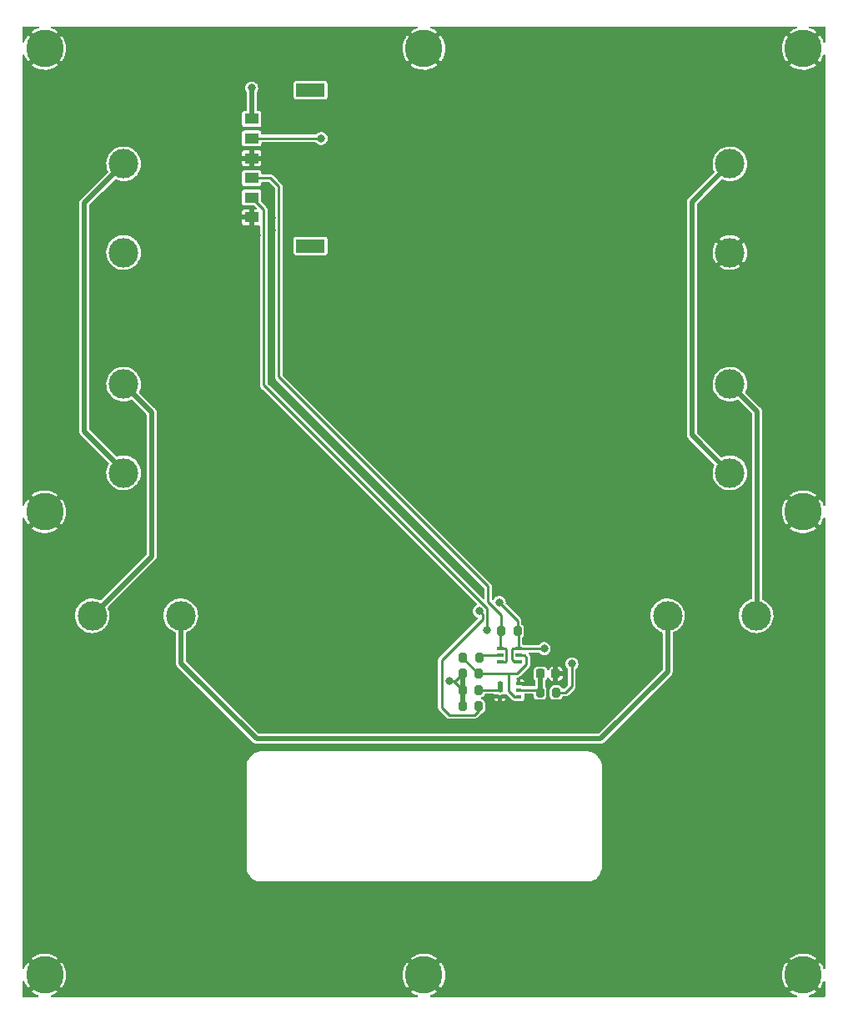
<source format=gbl>
%TF.GenerationSoftware,KiCad,Pcbnew,(6.0.5)*%
%TF.CreationDate,2022-07-09T16:35:03-07:00*%
%TF.ProjectId,solar-panel-side-X-plus,736f6c61-722d-4706-916e-656c2d736964,rev?*%
%TF.SameCoordinates,Original*%
%TF.FileFunction,Copper,L2,Bot*%
%TF.FilePolarity,Positive*%
%FSLAX46Y46*%
G04 Gerber Fmt 4.6, Leading zero omitted, Abs format (unit mm)*
G04 Created by KiCad (PCBNEW (6.0.5)) date 2022-07-09 16:35:03*
%MOMM*%
%LPD*%
G01*
G04 APERTURE LIST*
G04 Aperture macros list*
%AMRoundRect*
0 Rectangle with rounded corners*
0 $1 Rounding radius*
0 $2 $3 $4 $5 $6 $7 $8 $9 X,Y pos of 4 corners*
0 Add a 4 corners polygon primitive as box body*
4,1,4,$2,$3,$4,$5,$6,$7,$8,$9,$2,$3,0*
0 Add four circle primitives for the rounded corners*
1,1,$1+$1,$2,$3*
1,1,$1+$1,$4,$5*
1,1,$1+$1,$6,$7*
1,1,$1+$1,$8,$9*
0 Add four rect primitives between the rounded corners*
20,1,$1+$1,$2,$3,$4,$5,0*
20,1,$1+$1,$4,$5,$6,$7,0*
20,1,$1+$1,$6,$7,$8,$9,0*
20,1,$1+$1,$8,$9,$2,$3,0*%
G04 Aperture macros list end*
%TA.AperFunction,ComponentPad*%
%ADD10C,3.000000*%
%TD*%
%TA.AperFunction,ConnectorPad*%
%ADD11C,3.800000*%
%TD*%
%TA.AperFunction,ComponentPad*%
%ADD12C,2.600000*%
%TD*%
%TA.AperFunction,SMDPad,CuDef*%
%ADD13R,1.450000X1.100000*%
%TD*%
%TA.AperFunction,SMDPad,CuDef*%
%ADD14R,2.900000X1.350000*%
%TD*%
%TA.AperFunction,SMDPad,CuDef*%
%ADD15R,0.600000X0.400000*%
%TD*%
%TA.AperFunction,SMDPad,CuDef*%
%ADD16RoundRect,0.200000X0.200000X0.275000X-0.200000X0.275000X-0.200000X-0.275000X0.200000X-0.275000X0*%
%TD*%
%TA.AperFunction,SMDPad,CuDef*%
%ADD17RoundRect,0.200000X-0.200000X-0.275000X0.200000X-0.275000X0.200000X0.275000X-0.200000X0.275000X0*%
%TD*%
%TA.AperFunction,SMDPad,CuDef*%
%ADD18R,0.650000X0.400000*%
%TD*%
%TA.AperFunction,SMDPad,CuDef*%
%ADD19RoundRect,0.225000X-0.225000X-0.250000X0.225000X-0.250000X0.225000X0.250000X-0.225000X0.250000X0*%
%TD*%
%TA.AperFunction,ViaPad*%
%ADD20C,0.800000*%
%TD*%
%TA.AperFunction,Conductor*%
%ADD21C,0.250000*%
%TD*%
%TA.AperFunction,Conductor*%
%ADD22C,0.500000*%
%TD*%
G04 APERTURE END LIST*
D10*
X169464000Y-59508000D03*
X169464000Y-68508000D03*
X169464000Y-81860000D03*
X169464000Y-90860000D03*
D11*
X176900000Y-94810000D03*
D12*
X176900000Y-94810000D03*
X176900000Y-47810000D03*
D11*
X176900000Y-47810000D03*
X138400000Y-47810000D03*
D12*
X138400000Y-47810000D03*
X99900000Y-47810000D03*
D11*
X99900000Y-47810000D03*
D12*
X99900000Y-94810000D03*
D11*
X99900000Y-94810000D03*
X99900000Y-141810000D03*
D12*
X99900000Y-141810000D03*
X138400000Y-141810000D03*
D11*
X138400000Y-141810000D03*
D12*
X176900000Y-141810000D03*
D11*
X176900000Y-141810000D03*
D10*
X107904000Y-68508000D03*
X107904000Y-59508000D03*
X107904000Y-90860000D03*
X107904000Y-81860000D03*
X104720000Y-105364000D03*
X113720000Y-105364000D03*
X163140000Y-105364000D03*
X172140000Y-105364000D03*
D13*
X120910000Y-54944000D03*
X120910000Y-56944000D03*
X120910000Y-58944000D03*
X120910000Y-60944000D03*
X120910000Y-62944000D03*
X120910000Y-64944000D03*
D14*
X126885000Y-52049000D03*
X126885000Y-67839000D03*
D15*
X146116000Y-113553000D03*
X146116000Y-112903000D03*
X146116000Y-112253000D03*
X148016000Y-112253000D03*
X148016000Y-112903000D03*
X148016000Y-113553000D03*
D16*
X151828000Y-113157000D03*
X150178000Y-113157000D03*
X147891000Y-106934000D03*
X146241000Y-106934000D03*
D17*
X142304000Y-112903000D03*
X143954000Y-112903000D03*
X142304000Y-114554000D03*
X143954000Y-114554000D03*
X142304000Y-111252000D03*
X143954000Y-111252000D03*
D16*
X144017000Y-109601000D03*
X142367000Y-109601000D03*
D18*
X146116000Y-109997000D03*
X146116000Y-109347000D03*
X146116000Y-108697000D03*
X148016000Y-108697000D03*
X148016000Y-109347000D03*
X148016000Y-109997000D03*
D19*
X150228000Y-111252000D03*
X151778000Y-111252000D03*
D20*
X140970000Y-112014000D03*
X127968000Y-56944000D03*
X174498000Y-72644000D03*
X118872000Y-66294000D03*
X175768000Y-74676000D03*
X122936000Y-66294000D03*
X148971000Y-114236500D03*
X139192000Y-104013000D03*
X177546000Y-74676000D03*
X131318000Y-104013000D03*
X123825000Y-58928000D03*
X122682000Y-59690000D03*
X120142000Y-66802000D03*
X119634000Y-59944000D03*
X116586000Y-64897000D03*
X131445000Y-101219000D03*
X122682000Y-58166000D03*
X118872000Y-63754000D03*
X121412000Y-66802000D03*
X169418000Y-71882000D03*
X139192000Y-106934000D03*
X130556000Y-102616000D03*
X167132000Y-70612000D03*
X171450000Y-71120000D03*
X119634000Y-57912000D03*
X172720000Y-68072000D03*
X122936000Y-65024000D03*
X174498000Y-70612000D03*
X139192000Y-105410000D03*
X120910000Y-51822000D03*
X144798210Y-106788790D03*
X144018000Y-104902000D03*
X153416000Y-110236000D03*
X150607000Y-108697000D03*
X146050000Y-104013000D03*
D21*
X140970000Y-112014000D02*
X141542000Y-112014000D01*
X141542000Y-112014000D02*
X142304000Y-111252000D01*
X141415000Y-112014000D02*
X142304000Y-112903000D01*
X140970000Y-112014000D02*
X141415000Y-112014000D01*
D22*
X142304000Y-112903000D02*
X142304000Y-114554000D01*
X142304000Y-111252000D02*
X142304000Y-112903000D01*
D21*
X127968000Y-56944000D02*
X120910000Y-56944000D01*
X128064000Y-56944000D02*
X127968000Y-56944000D01*
D22*
X103912000Y-63500000D02*
X103912000Y-86640000D01*
X107904000Y-90632000D02*
X107904000Y-90860000D01*
X107904000Y-59508000D02*
X103912000Y-63500000D01*
X103912000Y-86640000D02*
X107904000Y-90632000D01*
X110744000Y-99340000D02*
X104720000Y-105364000D01*
X107904000Y-81860000D02*
X110744000Y-84700000D01*
X110744000Y-84700000D02*
X110744000Y-99340000D01*
X156337000Y-117856000D02*
X163140000Y-111053000D01*
X163140000Y-111053000D02*
X163140000Y-108132000D01*
X163140000Y-108132000D02*
X163140000Y-105364000D01*
X113720000Y-105364000D02*
X113720000Y-110164000D01*
X113720000Y-110164000D02*
X121412000Y-117856000D01*
X121412000Y-117856000D02*
X156337000Y-117856000D01*
X172212000Y-105292000D02*
X172140000Y-105364000D01*
X169464000Y-81860000D02*
X172212000Y-84608000D01*
X172212000Y-84608000D02*
X172212000Y-105292000D01*
X165608000Y-87004000D02*
X169464000Y-90860000D01*
X165608000Y-63364000D02*
X165608000Y-87004000D01*
X169464000Y-59508000D02*
X165608000Y-63364000D01*
X120910000Y-51822000D02*
X120910000Y-51822000D01*
X120910000Y-54944000D02*
X120910000Y-51822000D01*
D21*
X144798210Y-106788790D02*
X144798210Y-106788790D01*
X122137001Y-64171001D02*
X122137001Y-81947999D01*
X122137001Y-81947999D02*
X144798210Y-104609208D01*
X144798210Y-104609208D02*
X144798210Y-106788790D01*
X120910000Y-62944000D02*
X122137001Y-64171001D01*
X146116000Y-108697000D02*
X146116000Y-107059000D01*
X146766001Y-108772001D02*
X146766001Y-109921999D01*
X146691000Y-108697000D02*
X146766001Y-108772001D01*
X146116000Y-108697000D02*
X146691000Y-108697000D01*
X146766001Y-109921999D02*
X146691000Y-109997000D01*
X146116000Y-107059000D02*
X146241000Y-106934000D01*
X146691000Y-109997000D02*
X146116000Y-109997000D01*
X123661001Y-81116001D02*
X144907000Y-102362000D01*
X144907000Y-102362000D02*
X144907000Y-103943002D01*
X123661001Y-61812001D02*
X123661001Y-81116001D01*
X144907000Y-103943002D02*
X146241000Y-105277002D01*
X146241000Y-105277002D02*
X146241000Y-106934000D01*
X120910000Y-60944000D02*
X122793000Y-60944000D01*
X122793000Y-60944000D02*
X123661001Y-61812001D01*
X149924000Y-112903000D02*
X150178000Y-113157000D01*
D22*
X150228000Y-111252000D02*
X150228000Y-113107000D01*
X150228000Y-113107000D02*
X150178000Y-113157000D01*
D21*
X148016000Y-112903000D02*
X149924000Y-112903000D01*
X142367000Y-109601000D02*
X142367000Y-109665000D01*
X142367000Y-109665000D02*
X143954000Y-111252000D01*
X148591000Y-109347000D02*
X148818600Y-109574600D01*
X147871002Y-111252000D02*
X147040600Y-111252000D01*
X147040600Y-111252000D02*
X147040600Y-113012602D01*
X147040600Y-111252000D02*
X143954000Y-111252000D01*
X147040600Y-113012602D02*
X147580998Y-113553000D01*
X148016000Y-109347000D02*
X148591000Y-109347000D01*
X148818600Y-110304402D02*
X147871002Y-111252000D01*
X147580998Y-113553000D02*
X148016000Y-113553000D01*
X148818600Y-109574600D02*
X148818600Y-110304402D01*
X144017000Y-109601000D02*
X144271000Y-109347000D01*
X144271000Y-109347000D02*
X146116000Y-109347000D01*
X148016000Y-108697000D02*
X150607000Y-108697000D01*
X150607000Y-108697000D02*
X150607000Y-108697000D01*
X153416000Y-112522000D02*
X152781000Y-113157000D01*
X152781000Y-113157000D02*
X151828000Y-113157000D01*
X153416000Y-110236000D02*
X153416000Y-112522000D01*
X147891000Y-106934000D02*
X147891000Y-105854000D01*
X147891000Y-105854000D02*
X146050000Y-104013000D01*
X146050000Y-104013000D02*
X146050000Y-104013000D01*
X140208000Y-114681000D02*
X140208000Y-109855000D01*
X143954000Y-114554000D02*
X143954000Y-114999000D01*
X140970000Y-115443000D02*
X140208000Y-114681000D01*
X144348200Y-105232200D02*
X144018000Y-104902000D01*
X144018000Y-104902000D02*
X144018000Y-104902000D01*
X140208000Y-109855000D02*
X144348200Y-105714800D01*
X144348200Y-105714800D02*
X144348200Y-105232200D01*
X143510000Y-115443000D02*
X140970000Y-115443000D01*
X143954000Y-114999000D02*
X143510000Y-115443000D01*
X147365999Y-108772001D02*
X147365999Y-109807001D01*
X147555998Y-109997000D02*
X148016000Y-109997000D01*
X148016000Y-108697000D02*
X148016000Y-107059000D01*
X151828000Y-113157000D02*
X151790400Y-113157000D01*
X148016000Y-107059000D02*
X147891000Y-106934000D01*
X147365999Y-109807001D02*
X147555998Y-109997000D01*
X148016000Y-108697000D02*
X147441000Y-108697000D01*
X147441000Y-108697000D02*
X147365999Y-108772001D01*
X143954000Y-112903000D02*
X146116000Y-112903000D01*
D22*
X146116000Y-112253000D02*
X146116000Y-112903000D01*
%TA.AperFunction,Conductor*%
G36*
X99255179Y-45583713D02*
G01*
X99291724Y-45634013D01*
X99291724Y-45696187D01*
X99255179Y-45746487D01*
X99222594Y-45762134D01*
X99193274Y-45770155D01*
X99186813Y-45772405D01*
X98922973Y-45884943D01*
X98916876Y-45888050D01*
X98670751Y-46035353D01*
X98665137Y-46039254D01*
X98579484Y-46107875D01*
X98572041Y-46119205D01*
X98572154Y-46121591D01*
X98574619Y-46125409D01*
X99888732Y-47439522D01*
X99900811Y-47445677D01*
X99905923Y-47444867D01*
X101221900Y-46128890D01*
X101228055Y-46116811D01*
X101227637Y-46114173D01*
X101225087Y-46111008D01*
X101153338Y-46052282D01*
X101147769Y-46048324D01*
X100903190Y-45898446D01*
X100897137Y-45895281D01*
X100634479Y-45779982D01*
X100628051Y-45777668D01*
X100572523Y-45761851D01*
X100520918Y-45727174D01*
X100499551Y-45668787D01*
X100516584Y-45608991D01*
X100565511Y-45570627D01*
X100600083Y-45564500D01*
X137696048Y-45564500D01*
X137755179Y-45583713D01*
X137791724Y-45634013D01*
X137791724Y-45696187D01*
X137755179Y-45746487D01*
X137722594Y-45762134D01*
X137693274Y-45770155D01*
X137686813Y-45772405D01*
X137422973Y-45884943D01*
X137416876Y-45888050D01*
X137170751Y-46035353D01*
X137165137Y-46039254D01*
X137079484Y-46107875D01*
X137072041Y-46119205D01*
X137072154Y-46121591D01*
X137074619Y-46125409D01*
X138388732Y-47439522D01*
X138400811Y-47445677D01*
X138405923Y-47444867D01*
X139721900Y-46128890D01*
X139728055Y-46116811D01*
X139727637Y-46114173D01*
X139725087Y-46111008D01*
X139653338Y-46052282D01*
X139647769Y-46048324D01*
X139403190Y-45898446D01*
X139397137Y-45895281D01*
X139134479Y-45779982D01*
X139128051Y-45777668D01*
X139072523Y-45761851D01*
X139020918Y-45727174D01*
X138999551Y-45668787D01*
X139016584Y-45608991D01*
X139065511Y-45570627D01*
X139100083Y-45564500D01*
X176196048Y-45564500D01*
X176255179Y-45583713D01*
X176291724Y-45634013D01*
X176291724Y-45696187D01*
X176255179Y-45746487D01*
X176222594Y-45762134D01*
X176193274Y-45770155D01*
X176186813Y-45772405D01*
X175922973Y-45884943D01*
X175916876Y-45888050D01*
X175670751Y-46035353D01*
X175665137Y-46039254D01*
X175579484Y-46107875D01*
X175572041Y-46119205D01*
X175572154Y-46121591D01*
X175574619Y-46125409D01*
X176888732Y-47439522D01*
X176900811Y-47445677D01*
X176905923Y-47444867D01*
X178221900Y-46128890D01*
X178228055Y-46116811D01*
X178227637Y-46114173D01*
X178225087Y-46111008D01*
X178153338Y-46052282D01*
X178147769Y-46048324D01*
X177903190Y-45898446D01*
X177897137Y-45895281D01*
X177634479Y-45779982D01*
X177628051Y-45777668D01*
X177572523Y-45761851D01*
X177520918Y-45727174D01*
X177499551Y-45668787D01*
X177516584Y-45608991D01*
X177565511Y-45570627D01*
X177600083Y-45564500D01*
X179044900Y-45564500D01*
X179104031Y-45583713D01*
X179140576Y-45634013D01*
X179145500Y-45665100D01*
X179145500Y-47112704D01*
X179126287Y-47171835D01*
X179075987Y-47208380D01*
X179013813Y-47208380D01*
X178963513Y-47171835D01*
X178950070Y-47146285D01*
X178882604Y-46955767D01*
X178879894Y-46949506D01*
X178748333Y-46694610D01*
X178744788Y-46688757D01*
X178603576Y-46487832D01*
X178592738Y-46479694D01*
X178592049Y-46479684D01*
X178585711Y-46483499D01*
X177270478Y-47798732D01*
X177264323Y-47810811D01*
X177265133Y-47815923D01*
X178581714Y-49132504D01*
X178593793Y-49138659D01*
X178595034Y-49138462D01*
X178599951Y-49134285D01*
X178720907Y-48969624D01*
X178724564Y-48963862D01*
X178861434Y-48711779D01*
X178864283Y-48705556D01*
X178950794Y-48476610D01*
X178989668Y-48428087D01*
X179049639Y-48411681D01*
X179107799Y-48433658D01*
X179141934Y-48485623D01*
X179145500Y-48512169D01*
X179145500Y-94112704D01*
X179126287Y-94171835D01*
X179075987Y-94208380D01*
X179013813Y-94208380D01*
X178963513Y-94171835D01*
X178950070Y-94146285D01*
X178882604Y-93955767D01*
X178879894Y-93949506D01*
X178748333Y-93694610D01*
X178744788Y-93688757D01*
X178603576Y-93487832D01*
X178592738Y-93479694D01*
X178592049Y-93479684D01*
X178585711Y-93483499D01*
X177270478Y-94798732D01*
X177264323Y-94810811D01*
X177265133Y-94815923D01*
X178581714Y-96132504D01*
X178593793Y-96138659D01*
X178595034Y-96138462D01*
X178599951Y-96134285D01*
X178720907Y-95969624D01*
X178724564Y-95963862D01*
X178861434Y-95711779D01*
X178864283Y-95705556D01*
X178950794Y-95476610D01*
X178989668Y-95428087D01*
X179049639Y-95411681D01*
X179107799Y-95433658D01*
X179141934Y-95485623D01*
X179145500Y-95512169D01*
X179145500Y-141112704D01*
X179126287Y-141171835D01*
X179075987Y-141208380D01*
X179013813Y-141208380D01*
X178963513Y-141171835D01*
X178950070Y-141146285D01*
X178882604Y-140955767D01*
X178879894Y-140949506D01*
X178748333Y-140694610D01*
X178744788Y-140688757D01*
X178603576Y-140487832D01*
X178592738Y-140479694D01*
X178592049Y-140479684D01*
X178585711Y-140483499D01*
X177270478Y-141798732D01*
X177264323Y-141810811D01*
X177265133Y-141815923D01*
X178581714Y-143132504D01*
X178593793Y-143138659D01*
X178595034Y-143138462D01*
X178599951Y-143134285D01*
X178720907Y-142969624D01*
X178724564Y-142963862D01*
X178861434Y-142711779D01*
X178864283Y-142705556D01*
X178950794Y-142476610D01*
X178989668Y-142428087D01*
X179049639Y-142411681D01*
X179107799Y-142433658D01*
X179141934Y-142485623D01*
X179145500Y-142512169D01*
X179145500Y-143954900D01*
X179126287Y-144014031D01*
X179075987Y-144050576D01*
X179044900Y-144055500D01*
X177609102Y-144055500D01*
X177549971Y-144036287D01*
X177513426Y-143985987D01*
X177513426Y-143923813D01*
X177549971Y-143873513D01*
X177582105Y-143858289D01*
X177582084Y-143858225D01*
X177582622Y-143858044D01*
X177583576Y-143857592D01*
X177585339Y-143857129D01*
X177591808Y-143854952D01*
X177856813Y-143745184D01*
X177862941Y-143742142D01*
X178110595Y-143597425D01*
X178116255Y-143593579D01*
X178220366Y-143511945D01*
X178227925Y-143500695D01*
X178227848Y-143498590D01*
X178225146Y-143494356D01*
X176911268Y-142180478D01*
X176899189Y-142174323D01*
X176894077Y-142175133D01*
X175577717Y-143491493D01*
X175571562Y-143503572D01*
X175572024Y-143506489D01*
X175574254Y-143509287D01*
X175628323Y-143554496D01*
X175633858Y-143558517D01*
X175876842Y-143710941D01*
X175882870Y-143714173D01*
X176144305Y-143832216D01*
X176150701Y-143834595D01*
X176231213Y-143858443D01*
X176282452Y-143893658D01*
X176303207Y-143952266D01*
X176285548Y-144011880D01*
X176236222Y-144049730D01*
X176202641Y-144055500D01*
X139109102Y-144055500D01*
X139049971Y-144036287D01*
X139013426Y-143985987D01*
X139013426Y-143923813D01*
X139049971Y-143873513D01*
X139082105Y-143858289D01*
X139082084Y-143858225D01*
X139082622Y-143858044D01*
X139083576Y-143857592D01*
X139085339Y-143857129D01*
X139091808Y-143854952D01*
X139356813Y-143745184D01*
X139362941Y-143742142D01*
X139610595Y-143597425D01*
X139616255Y-143593579D01*
X139720366Y-143511945D01*
X139727925Y-143500695D01*
X139727848Y-143498590D01*
X139725146Y-143494356D01*
X138411268Y-142180478D01*
X138399189Y-142174323D01*
X138394077Y-142175133D01*
X137077717Y-143491493D01*
X137071562Y-143503572D01*
X137072024Y-143506489D01*
X137074254Y-143509287D01*
X137128323Y-143554496D01*
X137133858Y-143558517D01*
X137376842Y-143710941D01*
X137382870Y-143714173D01*
X137644305Y-143832216D01*
X137650701Y-143834595D01*
X137731213Y-143858443D01*
X137782452Y-143893658D01*
X137803207Y-143952266D01*
X137785548Y-144011880D01*
X137736222Y-144049730D01*
X137702641Y-144055500D01*
X100609102Y-144055500D01*
X100549971Y-144036287D01*
X100513426Y-143985987D01*
X100513426Y-143923813D01*
X100549971Y-143873513D01*
X100582105Y-143858289D01*
X100582084Y-143858225D01*
X100582622Y-143858044D01*
X100583576Y-143857592D01*
X100585339Y-143857129D01*
X100591808Y-143854952D01*
X100856813Y-143745184D01*
X100862941Y-143742142D01*
X101110595Y-143597425D01*
X101116255Y-143593579D01*
X101220366Y-143511945D01*
X101227925Y-143500695D01*
X101227848Y-143498590D01*
X101225146Y-143494356D01*
X99911268Y-142180478D01*
X99899189Y-142174323D01*
X99894077Y-142175133D01*
X98577717Y-143491493D01*
X98571562Y-143503572D01*
X98572024Y-143506489D01*
X98574254Y-143509287D01*
X98628323Y-143554496D01*
X98633858Y-143558517D01*
X98876842Y-143710941D01*
X98882870Y-143714173D01*
X99144305Y-143832216D01*
X99150701Y-143834595D01*
X99231213Y-143858443D01*
X99282452Y-143893658D01*
X99303207Y-143952266D01*
X99285548Y-144011880D01*
X99236222Y-144049730D01*
X99202641Y-144055500D01*
X97755100Y-144055500D01*
X97695969Y-144036287D01*
X97659424Y-143985987D01*
X97654500Y-143954900D01*
X97654500Y-142505779D01*
X97673713Y-142446648D01*
X97724013Y-142410103D01*
X97786187Y-142410103D01*
X97836487Y-142446648D01*
X97850276Y-142473193D01*
X97908558Y-142643420D01*
X97911204Y-142649715D01*
X98040092Y-142905979D01*
X98043570Y-142911860D01*
X98195587Y-143133046D01*
X98206340Y-143141297D01*
X98206743Y-143141308D01*
X98213505Y-143137285D01*
X99529522Y-141821268D01*
X99534850Y-141810811D01*
X100264323Y-141810811D01*
X100265133Y-141815923D01*
X101581714Y-143132504D01*
X101593793Y-143138659D01*
X101595034Y-143138462D01*
X101599951Y-143134285D01*
X101720907Y-142969624D01*
X101724564Y-142963862D01*
X101861434Y-142711779D01*
X101864283Y-142705556D01*
X101965672Y-142437238D01*
X101967650Y-142430685D01*
X102031689Y-142151080D01*
X102032756Y-142144342D01*
X102058383Y-141857182D01*
X102058580Y-141853232D01*
X102059012Y-141811974D01*
X102058899Y-141808036D01*
X102057725Y-141790819D01*
X136241283Y-141790819D01*
X136257795Y-142077176D01*
X136258652Y-142083962D01*
X136313874Y-142365433D01*
X136315646Y-142372046D01*
X136408558Y-142643420D01*
X136411204Y-142649715D01*
X136540092Y-142905979D01*
X136543570Y-142911860D01*
X136695587Y-143133046D01*
X136706340Y-143141297D01*
X136706743Y-143141308D01*
X136713505Y-143137285D01*
X138029522Y-141821268D01*
X138034850Y-141810811D01*
X138764323Y-141810811D01*
X138765133Y-141815923D01*
X140081714Y-143132504D01*
X140093793Y-143138659D01*
X140095034Y-143138462D01*
X140099951Y-143134285D01*
X140220907Y-142969624D01*
X140224564Y-142963862D01*
X140361434Y-142711779D01*
X140364283Y-142705556D01*
X140465672Y-142437238D01*
X140467650Y-142430685D01*
X140531689Y-142151080D01*
X140532756Y-142144342D01*
X140558383Y-141857182D01*
X140558580Y-141853232D01*
X140559012Y-141811974D01*
X140558899Y-141808036D01*
X140557725Y-141790819D01*
X174741283Y-141790819D01*
X174757795Y-142077176D01*
X174758652Y-142083962D01*
X174813874Y-142365433D01*
X174815646Y-142372046D01*
X174908558Y-142643420D01*
X174911204Y-142649715D01*
X175040092Y-142905979D01*
X175043570Y-142911860D01*
X175195587Y-143133046D01*
X175206340Y-143141297D01*
X175206743Y-143141308D01*
X175213505Y-143137285D01*
X176529522Y-141821268D01*
X176535677Y-141809189D01*
X176534867Y-141804077D01*
X175217656Y-140486866D01*
X175205577Y-140480711D01*
X175204618Y-140480863D01*
X175199362Y-140485376D01*
X175067050Y-140669507D01*
X175063453Y-140675308D01*
X174929224Y-140928823D01*
X174926450Y-140935052D01*
X174827870Y-141204435D01*
X174825965Y-141210991D01*
X174764857Y-141491258D01*
X174763859Y-141498015D01*
X174741354Y-141783970D01*
X174741283Y-141790819D01*
X140557725Y-141790819D01*
X140539289Y-141520396D01*
X140538364Y-141513640D01*
X140480196Y-141232752D01*
X140478355Y-141226161D01*
X140382604Y-140955767D01*
X140379894Y-140949506D01*
X140248333Y-140694610D01*
X140244788Y-140688757D01*
X140103576Y-140487832D01*
X140092738Y-140479694D01*
X140092049Y-140479684D01*
X140085711Y-140483499D01*
X138770478Y-141798732D01*
X138764323Y-141810811D01*
X138034850Y-141810811D01*
X138035677Y-141809189D01*
X138034867Y-141804077D01*
X136717656Y-140486866D01*
X136705577Y-140480711D01*
X136704618Y-140480863D01*
X136699362Y-140485376D01*
X136567050Y-140669507D01*
X136563453Y-140675308D01*
X136429224Y-140928823D01*
X136426450Y-140935052D01*
X136327870Y-141204435D01*
X136325965Y-141210991D01*
X136264857Y-141491258D01*
X136263859Y-141498015D01*
X136241354Y-141783970D01*
X136241283Y-141790819D01*
X102057725Y-141790819D01*
X102039289Y-141520396D01*
X102038364Y-141513640D01*
X101980196Y-141232752D01*
X101978355Y-141226161D01*
X101882604Y-140955767D01*
X101879894Y-140949506D01*
X101748333Y-140694610D01*
X101744788Y-140688757D01*
X101603576Y-140487832D01*
X101592738Y-140479694D01*
X101592049Y-140479684D01*
X101585711Y-140483499D01*
X100270478Y-141798732D01*
X100264323Y-141810811D01*
X99534850Y-141810811D01*
X99535677Y-141809189D01*
X99534867Y-141804077D01*
X98217656Y-140486866D01*
X98205577Y-140480711D01*
X98204618Y-140480863D01*
X98199362Y-140485376D01*
X98067050Y-140669507D01*
X98063453Y-140675308D01*
X97929224Y-140928823D01*
X97926450Y-140935052D01*
X97849573Y-141145129D01*
X97811209Y-141194056D01*
X97751414Y-141211089D01*
X97693026Y-141189723D01*
X97658349Y-141138117D01*
X97654500Y-141110557D01*
X97654500Y-140119205D01*
X98572041Y-140119205D01*
X98572154Y-140121591D01*
X98574619Y-140125409D01*
X99888732Y-141439522D01*
X99900811Y-141445677D01*
X99905923Y-141444867D01*
X101221900Y-140128890D01*
X101226835Y-140119205D01*
X137072041Y-140119205D01*
X137072154Y-140121591D01*
X137074619Y-140125409D01*
X138388732Y-141439522D01*
X138400811Y-141445677D01*
X138405923Y-141444867D01*
X139721900Y-140128890D01*
X139726835Y-140119205D01*
X175572041Y-140119205D01*
X175572154Y-140121591D01*
X175574619Y-140125409D01*
X176888732Y-141439522D01*
X176900811Y-141445677D01*
X176905923Y-141444867D01*
X178221900Y-140128890D01*
X178228055Y-140116811D01*
X178227637Y-140114173D01*
X178225087Y-140111008D01*
X178153338Y-140052282D01*
X178147769Y-140048324D01*
X177903190Y-139898446D01*
X177897137Y-139895281D01*
X177634479Y-139779982D01*
X177628051Y-139777668D01*
X177352188Y-139699087D01*
X177345491Y-139697663D01*
X177061511Y-139657247D01*
X177054709Y-139656747D01*
X176767853Y-139655245D01*
X176761037Y-139655674D01*
X176476650Y-139693115D01*
X176469944Y-139694467D01*
X176193274Y-139770155D01*
X176186813Y-139772405D01*
X175922973Y-139884943D01*
X175916876Y-139888050D01*
X175670751Y-140035353D01*
X175665137Y-140039254D01*
X175579484Y-140107875D01*
X175572041Y-140119205D01*
X139726835Y-140119205D01*
X139728055Y-140116811D01*
X139727637Y-140114173D01*
X139725087Y-140111008D01*
X139653338Y-140052282D01*
X139647769Y-140048324D01*
X139403190Y-139898446D01*
X139397137Y-139895281D01*
X139134479Y-139779982D01*
X139128051Y-139777668D01*
X138852188Y-139699087D01*
X138845491Y-139697663D01*
X138561511Y-139657247D01*
X138554709Y-139656747D01*
X138267853Y-139655245D01*
X138261037Y-139655674D01*
X137976650Y-139693115D01*
X137969944Y-139694467D01*
X137693274Y-139770155D01*
X137686813Y-139772405D01*
X137422973Y-139884943D01*
X137416876Y-139888050D01*
X137170751Y-140035353D01*
X137165137Y-140039254D01*
X137079484Y-140107875D01*
X137072041Y-140119205D01*
X101226835Y-140119205D01*
X101228055Y-140116811D01*
X101227637Y-140114173D01*
X101225087Y-140111008D01*
X101153338Y-140052282D01*
X101147769Y-140048324D01*
X100903190Y-139898446D01*
X100897137Y-139895281D01*
X100634479Y-139779982D01*
X100628051Y-139777668D01*
X100352188Y-139699087D01*
X100345491Y-139697663D01*
X100061511Y-139657247D01*
X100054709Y-139656747D01*
X99767853Y-139655245D01*
X99761037Y-139655674D01*
X99476650Y-139693115D01*
X99469944Y-139694467D01*
X99193274Y-139770155D01*
X99186813Y-139772405D01*
X98922973Y-139884943D01*
X98916876Y-139888050D01*
X98670751Y-140035353D01*
X98665137Y-140039254D01*
X98579484Y-140107875D01*
X98572041Y-140119205D01*
X97654500Y-140119205D01*
X97654500Y-130810000D01*
X120390514Y-130810000D01*
X120392219Y-130818572D01*
X120392447Y-130821760D01*
X120392447Y-130823204D01*
X120392667Y-130824838D01*
X120407163Y-131027513D01*
X120453517Y-131240598D01*
X120529724Y-131444918D01*
X120531441Y-131448062D01*
X120531443Y-131448067D01*
X120607808Y-131587918D01*
X120634233Y-131636312D01*
X120764917Y-131810885D01*
X120919115Y-131965083D01*
X121093688Y-132095767D01*
X121096840Y-132097488D01*
X121281933Y-132198557D01*
X121281938Y-132198559D01*
X121285082Y-132200276D01*
X121288442Y-132201529D01*
X121288446Y-132201531D01*
X121486031Y-132275226D01*
X121486035Y-132275227D01*
X121489402Y-132276483D01*
X121631145Y-132307317D01*
X121698974Y-132322073D01*
X121698977Y-132322073D01*
X121702487Y-132322837D01*
X121905162Y-132337333D01*
X121906796Y-132337553D01*
X121908240Y-132337553D01*
X121911428Y-132337781D01*
X121920000Y-132339486D01*
X121929718Y-132337553D01*
X121929719Y-132337553D01*
X121935350Y-132336433D01*
X121954975Y-132334500D01*
X154905025Y-132334500D01*
X154924650Y-132336433D01*
X154930281Y-132337553D01*
X154930282Y-132337553D01*
X154940000Y-132339486D01*
X154948572Y-132337781D01*
X154951760Y-132337553D01*
X154953204Y-132337553D01*
X154954838Y-132337333D01*
X155157513Y-132322837D01*
X155161023Y-132322073D01*
X155161026Y-132322073D01*
X155228855Y-132307317D01*
X155370598Y-132276483D01*
X155373965Y-132275227D01*
X155373969Y-132275226D01*
X155571554Y-132201531D01*
X155571558Y-132201529D01*
X155574918Y-132200276D01*
X155578062Y-132198559D01*
X155578067Y-132198557D01*
X155763160Y-132097488D01*
X155766312Y-132095767D01*
X155940885Y-131965083D01*
X156095083Y-131810885D01*
X156225767Y-131636312D01*
X156252192Y-131587918D01*
X156328557Y-131448067D01*
X156328559Y-131448062D01*
X156330276Y-131444918D01*
X156406483Y-131240598D01*
X156452837Y-131027513D01*
X156467333Y-130824838D01*
X156467553Y-130823204D01*
X156467553Y-130821760D01*
X156467781Y-130818572D01*
X156469486Y-130810000D01*
X156466433Y-130794650D01*
X156464500Y-130775025D01*
X156464500Y-120684975D01*
X156466433Y-120665350D01*
X156467553Y-120659719D01*
X156467553Y-120659718D01*
X156469486Y-120650000D01*
X156467781Y-120641428D01*
X156467553Y-120638240D01*
X156467553Y-120636796D01*
X156467332Y-120635156D01*
X156455782Y-120473660D01*
X156452837Y-120432487D01*
X156406483Y-120219402D01*
X156330276Y-120015082D01*
X156320539Y-119997249D01*
X156227488Y-119826840D01*
X156225767Y-119823688D01*
X156095083Y-119649115D01*
X155940885Y-119494917D01*
X155766312Y-119364233D01*
X155725943Y-119342190D01*
X155578067Y-119261443D01*
X155578062Y-119261441D01*
X155574918Y-119259724D01*
X155571558Y-119258471D01*
X155571554Y-119258469D01*
X155373969Y-119184774D01*
X155373965Y-119184773D01*
X155370598Y-119183517D01*
X155228855Y-119152683D01*
X155161026Y-119137927D01*
X155161023Y-119137927D01*
X155157513Y-119137163D01*
X154954838Y-119122667D01*
X154953204Y-119122447D01*
X154951760Y-119122447D01*
X154948572Y-119122219D01*
X154940000Y-119120514D01*
X154930282Y-119122447D01*
X154930281Y-119122447D01*
X154924650Y-119123567D01*
X154905025Y-119125500D01*
X121954975Y-119125500D01*
X121935350Y-119123567D01*
X121929719Y-119122447D01*
X121929718Y-119122447D01*
X121920000Y-119120514D01*
X121911428Y-119122219D01*
X121908240Y-119122447D01*
X121906796Y-119122447D01*
X121905162Y-119122667D01*
X121702487Y-119137163D01*
X121698977Y-119137927D01*
X121698974Y-119137927D01*
X121631145Y-119152683D01*
X121489402Y-119183517D01*
X121486035Y-119184773D01*
X121486031Y-119184774D01*
X121288446Y-119258469D01*
X121288442Y-119258471D01*
X121285082Y-119259724D01*
X121281938Y-119261441D01*
X121281933Y-119261443D01*
X121134057Y-119342190D01*
X121093688Y-119364233D01*
X120919115Y-119494917D01*
X120764917Y-119649115D01*
X120634233Y-119823688D01*
X120632512Y-119826840D01*
X120539462Y-119997249D01*
X120529724Y-120015082D01*
X120453517Y-120219402D01*
X120407163Y-120432487D01*
X120404219Y-120473660D01*
X120392668Y-120635156D01*
X120392447Y-120636796D01*
X120392447Y-120638240D01*
X120392219Y-120641428D01*
X120390514Y-120650000D01*
X120392447Y-120659718D01*
X120392447Y-120659719D01*
X120393567Y-120665350D01*
X120395500Y-120684975D01*
X120395500Y-130775025D01*
X120393567Y-130794650D01*
X120390514Y-130810000D01*
X97654500Y-130810000D01*
X97654500Y-105317944D01*
X102961183Y-105317944D01*
X102961362Y-105321674D01*
X102961362Y-105321679D01*
X102967697Y-105453562D01*
X102973694Y-105578419D01*
X103024569Y-105834185D01*
X103025831Y-105837700D01*
X103038191Y-105872124D01*
X103112690Y-106079621D01*
X103236120Y-106309336D01*
X103238350Y-106312322D01*
X103238353Y-106312327D01*
X103370291Y-106489012D01*
X103392149Y-106518283D01*
X103577348Y-106701873D01*
X103678272Y-106775874D01*
X103784641Y-106853868D01*
X103784646Y-106853871D01*
X103787649Y-106856073D01*
X103790947Y-106857808D01*
X104015127Y-106975755D01*
X104015131Y-106975757D01*
X104018433Y-106977494D01*
X104021960Y-106978726D01*
X104021963Y-106978727D01*
X104255832Y-107060397D01*
X104264629Y-107063469D01*
X104520828Y-107112110D01*
X104524557Y-107112256D01*
X104524561Y-107112257D01*
X104690618Y-107118781D01*
X104781403Y-107122348D01*
X104874885Y-107112110D01*
X105036916Y-107094365D01*
X105036921Y-107094364D01*
X105040629Y-107093958D01*
X105168103Y-107060397D01*
X105289204Y-107028514D01*
X105289208Y-107028512D01*
X105292811Y-107027564D01*
X105532410Y-106924625D01*
X105754161Y-106787401D01*
X105767778Y-106775874D01*
X105950339Y-106621324D01*
X105953194Y-106618907D01*
X105998637Y-106567089D01*
X106122671Y-106425655D01*
X106122673Y-106425653D01*
X106125135Y-106422845D01*
X106127153Y-106419707D01*
X106127158Y-106419701D01*
X106264183Y-106206672D01*
X106264186Y-106206667D01*
X106266208Y-106203523D01*
X106267743Y-106200116D01*
X106267746Y-106200110D01*
X106371780Y-105969163D01*
X106371781Y-105969160D01*
X106373314Y-105965757D01*
X106436149Y-105742961D01*
X106443086Y-105718365D01*
X106443087Y-105718361D01*
X106444099Y-105714772D01*
X106453806Y-105638473D01*
X106476691Y-105458582D01*
X106476691Y-105458579D01*
X106477009Y-105456081D01*
X106479420Y-105364000D01*
X106475997Y-105317944D01*
X111961183Y-105317944D01*
X111961362Y-105321674D01*
X111961362Y-105321679D01*
X111967697Y-105453562D01*
X111973694Y-105578419D01*
X112024569Y-105834185D01*
X112025831Y-105837700D01*
X112038191Y-105872124D01*
X112112690Y-106079621D01*
X112236120Y-106309336D01*
X112238350Y-106312322D01*
X112238353Y-106312327D01*
X112370291Y-106489012D01*
X112392149Y-106518283D01*
X112577348Y-106701873D01*
X112678272Y-106775874D01*
X112784641Y-106853868D01*
X112784646Y-106853871D01*
X112787649Y-106856073D01*
X112790947Y-106857808D01*
X113015127Y-106975755D01*
X113015131Y-106975757D01*
X113018433Y-106977494D01*
X113021960Y-106978726D01*
X113021963Y-106978727D01*
X113148067Y-107022764D01*
X113197558Y-107060397D01*
X113215500Y-107117739D01*
X113215500Y-110096215D01*
X113214073Y-110108989D01*
X113214111Y-110108992D01*
X113213537Y-110116130D01*
X113211954Y-110123124D01*
X113212398Y-110130279D01*
X113215307Y-110177172D01*
X113215500Y-110183401D01*
X113215500Y-110200226D01*
X113216007Y-110203764D01*
X113216008Y-110203781D01*
X113217110Y-110211475D01*
X113217933Y-110219504D01*
X113220458Y-110260204D01*
X113220902Y-110267359D01*
X113224386Y-110277010D01*
X113229345Y-110296901D01*
X113229783Y-110299962D01*
X113229784Y-110299965D01*
X113230799Y-110307052D01*
X113233763Y-110313572D01*
X113233764Y-110313574D01*
X113250644Y-110350701D01*
X113253688Y-110358178D01*
X113254708Y-110361004D01*
X113269972Y-110403284D01*
X113274200Y-110409071D01*
X113276021Y-110411564D01*
X113286366Y-110429267D01*
X113290612Y-110438605D01*
X113321920Y-110474939D01*
X113326928Y-110481247D01*
X113333183Y-110489810D01*
X113333187Y-110489814D01*
X113335473Y-110492944D01*
X113347006Y-110504477D01*
X113352082Y-110509944D01*
X113380267Y-110542655D01*
X113380270Y-110542658D01*
X113384944Y-110548082D01*
X113390958Y-110551980D01*
X113390959Y-110551981D01*
X113392142Y-110552748D01*
X113408559Y-110566030D01*
X121007332Y-118164803D01*
X121015355Y-118174845D01*
X121015384Y-118174820D01*
X121020028Y-118180276D01*
X121023853Y-118186339D01*
X121029226Y-118191084D01*
X121064441Y-118222185D01*
X121068982Y-118226453D01*
X121080880Y-118238351D01*
X121089981Y-118245172D01*
X121096211Y-118250244D01*
X121132170Y-118282001D01*
X121138654Y-118285045D01*
X121138658Y-118285048D01*
X121141457Y-118286362D01*
X121159025Y-118296918D01*
X121161501Y-118298773D01*
X121167236Y-118303071D01*
X121212157Y-118319911D01*
X121219552Y-118323027D01*
X121262982Y-118343417D01*
X121272523Y-118344902D01*
X121273111Y-118344994D01*
X121292952Y-118350199D01*
X121302552Y-118353798D01*
X121350374Y-118357352D01*
X121358378Y-118358270D01*
X121372697Y-118360500D01*
X121389006Y-118360500D01*
X121396462Y-118360777D01*
X121439517Y-118363977D01*
X121439520Y-118363977D01*
X121446667Y-118364508D01*
X121455058Y-118362717D01*
X121476058Y-118360500D01*
X156269215Y-118360500D01*
X156281989Y-118361927D01*
X156281992Y-118361889D01*
X156289130Y-118362463D01*
X156296124Y-118364046D01*
X156350172Y-118360693D01*
X156356401Y-118360500D01*
X156373226Y-118360500D01*
X156376764Y-118359993D01*
X156376781Y-118359992D01*
X156384475Y-118358890D01*
X156392504Y-118358067D01*
X156433204Y-118355542D01*
X156433205Y-118355542D01*
X156440359Y-118355098D01*
X156450010Y-118351614D01*
X156469901Y-118346655D01*
X156472962Y-118346217D01*
X156472965Y-118346216D01*
X156480052Y-118345201D01*
X156486572Y-118342237D01*
X156486574Y-118342236D01*
X156523701Y-118325356D01*
X156531178Y-118322312D01*
X156549754Y-118315606D01*
X156576284Y-118306028D01*
X156584564Y-118299979D01*
X156602267Y-118289634D01*
X156605080Y-118288355D01*
X156605082Y-118288354D01*
X156611605Y-118285388D01*
X156647939Y-118254080D01*
X156654247Y-118249072D01*
X156662810Y-118242817D01*
X156662814Y-118242813D01*
X156665944Y-118240527D01*
X156677477Y-118228994D01*
X156682944Y-118223918D01*
X156715655Y-118195733D01*
X156715658Y-118195730D01*
X156721082Y-118191056D01*
X156724981Y-118185041D01*
X156725748Y-118183858D01*
X156739030Y-118167441D01*
X163448803Y-111457668D01*
X163458845Y-111449645D01*
X163458820Y-111449616D01*
X163464276Y-111444972D01*
X163470339Y-111441147D01*
X163506186Y-111400558D01*
X163510453Y-111396018D01*
X163522351Y-111384120D01*
X163529169Y-111375023D01*
X163534258Y-111368773D01*
X163566001Y-111332830D01*
X163570362Y-111323541D01*
X163580920Y-111305971D01*
X163582769Y-111303504D01*
X163582771Y-111303500D01*
X163587070Y-111297764D01*
X163603902Y-111252866D01*
X163607037Y-111245427D01*
X163624371Y-111208506D01*
X163627417Y-111202018D01*
X163628519Y-111194941D01*
X163628520Y-111194937D01*
X163628994Y-111191889D01*
X163634200Y-111172044D01*
X163635282Y-111169158D01*
X163637798Y-111162448D01*
X163641350Y-111114643D01*
X163642271Y-111106618D01*
X163643902Y-111096144D01*
X163643902Y-111096142D01*
X163644500Y-111092303D01*
X163644500Y-111075984D01*
X163644777Y-111068529D01*
X163647976Y-111025482D01*
X163647976Y-111025480D01*
X163648507Y-111018333D01*
X163646717Y-111009947D01*
X163644500Y-110988946D01*
X163644500Y-107122550D01*
X163663713Y-107063419D01*
X163711818Y-107027825D01*
X163712811Y-107027564D01*
X163723984Y-107022764D01*
X163948979Y-106926099D01*
X163948978Y-106926099D01*
X163952410Y-106924625D01*
X164174161Y-106787401D01*
X164187778Y-106775874D01*
X164370339Y-106621324D01*
X164373194Y-106618907D01*
X164418637Y-106567089D01*
X164542671Y-106425655D01*
X164542673Y-106425653D01*
X164545135Y-106422845D01*
X164547153Y-106419707D01*
X164547158Y-106419701D01*
X164684183Y-106206672D01*
X164684186Y-106206667D01*
X164686208Y-106203523D01*
X164687743Y-106200116D01*
X164687746Y-106200110D01*
X164791780Y-105969163D01*
X164791781Y-105969160D01*
X164793314Y-105965757D01*
X164856149Y-105742961D01*
X164863086Y-105718365D01*
X164863087Y-105718361D01*
X164864099Y-105714772D01*
X164873806Y-105638473D01*
X164896691Y-105458582D01*
X164896691Y-105458579D01*
X164897009Y-105456081D01*
X164899420Y-105364000D01*
X164880094Y-105103941D01*
X164870648Y-105062193D01*
X164823367Y-104853240D01*
X164823366Y-104853237D01*
X164822542Y-104849595D01*
X164821192Y-104846122D01*
X164821189Y-104846114D01*
X164729381Y-104610032D01*
X164728027Y-104606550D01*
X164598625Y-104380145D01*
X164437180Y-104175353D01*
X164418175Y-104157474D01*
X164264594Y-104013000D01*
X164247239Y-103996674D01*
X164244182Y-103994554D01*
X164244178Y-103994550D01*
X164112986Y-103903539D01*
X164032973Y-103848032D01*
X163799090Y-103732694D01*
X163795535Y-103731556D01*
X163795533Y-103731555D01*
X163645673Y-103683585D01*
X163550728Y-103653193D01*
X163293344Y-103611275D01*
X163289602Y-103611226D01*
X163260905Y-103610850D01*
X163032590Y-103607862D01*
X162957620Y-103618065D01*
X162777898Y-103642524D01*
X162777896Y-103642524D01*
X162774196Y-103643028D01*
X162770613Y-103644072D01*
X162770610Y-103644073D01*
X162636351Y-103683206D01*
X162523838Y-103716000D01*
X162520456Y-103717559D01*
X162520451Y-103717561D01*
X162371420Y-103786266D01*
X162287016Y-103825177D01*
X162283895Y-103827223D01*
X162283890Y-103827226D01*
X162128459Y-103929131D01*
X162068933Y-103968158D01*
X161874379Y-104141804D01*
X161871987Y-104144680D01*
X161710016Y-104339429D01*
X161710011Y-104339436D01*
X161707629Y-104342300D01*
X161572345Y-104565240D01*
X161471500Y-104805728D01*
X161459434Y-104853240D01*
X161408469Y-105053918D01*
X161407310Y-105058480D01*
X161406936Y-105062191D01*
X161406936Y-105062193D01*
X161382594Y-105303933D01*
X161381183Y-105317944D01*
X161381362Y-105321674D01*
X161381362Y-105321679D01*
X161387697Y-105453562D01*
X161393694Y-105578419D01*
X161444569Y-105834185D01*
X161445831Y-105837700D01*
X161458191Y-105872124D01*
X161532690Y-106079621D01*
X161656120Y-106309336D01*
X161658350Y-106312322D01*
X161658353Y-106312327D01*
X161790291Y-106489012D01*
X161812149Y-106518283D01*
X161997348Y-106701873D01*
X162098272Y-106775874D01*
X162204641Y-106853868D01*
X162204646Y-106853871D01*
X162207649Y-106856073D01*
X162210947Y-106857808D01*
X162435127Y-106975755D01*
X162435131Y-106975757D01*
X162438433Y-106977494D01*
X162441960Y-106978726D01*
X162441963Y-106978727D01*
X162568067Y-107022764D01*
X162617558Y-107060397D01*
X162635500Y-107117739D01*
X162635500Y-110802359D01*
X162616287Y-110861490D01*
X162606035Y-110873494D01*
X156157494Y-117322035D01*
X156102096Y-117350261D01*
X156086359Y-117351500D01*
X121662641Y-117351500D01*
X121603510Y-117332287D01*
X121591506Y-117322035D01*
X114253965Y-109984494D01*
X114225739Y-109929096D01*
X114224500Y-109913359D01*
X114224500Y-107122550D01*
X114243713Y-107063419D01*
X114291818Y-107027825D01*
X114292811Y-107027564D01*
X114303984Y-107022764D01*
X114528979Y-106926099D01*
X114528978Y-106926099D01*
X114532410Y-106924625D01*
X114754161Y-106787401D01*
X114767778Y-106775874D01*
X114950339Y-106621324D01*
X114953194Y-106618907D01*
X114998637Y-106567089D01*
X115122671Y-106425655D01*
X115122673Y-106425653D01*
X115125135Y-106422845D01*
X115127153Y-106419707D01*
X115127158Y-106419701D01*
X115264183Y-106206672D01*
X115264186Y-106206667D01*
X115266208Y-106203523D01*
X115267743Y-106200116D01*
X115267746Y-106200110D01*
X115371780Y-105969163D01*
X115371781Y-105969160D01*
X115373314Y-105965757D01*
X115436149Y-105742961D01*
X115443086Y-105718365D01*
X115443087Y-105718361D01*
X115444099Y-105714772D01*
X115453806Y-105638473D01*
X115476691Y-105458582D01*
X115476691Y-105458579D01*
X115477009Y-105456081D01*
X115479420Y-105364000D01*
X115460094Y-105103941D01*
X115450648Y-105062193D01*
X115403367Y-104853240D01*
X115403366Y-104853237D01*
X115402542Y-104849595D01*
X115401192Y-104846122D01*
X115401189Y-104846114D01*
X115309381Y-104610032D01*
X115308027Y-104606550D01*
X115178625Y-104380145D01*
X115017180Y-104175353D01*
X114998175Y-104157474D01*
X114844594Y-104013000D01*
X114827239Y-103996674D01*
X114824182Y-103994554D01*
X114824178Y-103994550D01*
X114692986Y-103903539D01*
X114612973Y-103848032D01*
X114379090Y-103732694D01*
X114375535Y-103731556D01*
X114375533Y-103731555D01*
X114225673Y-103683585D01*
X114130728Y-103653193D01*
X113873344Y-103611275D01*
X113869602Y-103611226D01*
X113840905Y-103610850D01*
X113612590Y-103607862D01*
X113537620Y-103618065D01*
X113357898Y-103642524D01*
X113357896Y-103642524D01*
X113354196Y-103643028D01*
X113350613Y-103644072D01*
X113350610Y-103644073D01*
X113216351Y-103683206D01*
X113103838Y-103716000D01*
X113100456Y-103717559D01*
X113100451Y-103717561D01*
X112951420Y-103786266D01*
X112867016Y-103825177D01*
X112863895Y-103827223D01*
X112863890Y-103827226D01*
X112708459Y-103929131D01*
X112648933Y-103968158D01*
X112454379Y-104141804D01*
X112451987Y-104144680D01*
X112290016Y-104339429D01*
X112290011Y-104339436D01*
X112287629Y-104342300D01*
X112152345Y-104565240D01*
X112051500Y-104805728D01*
X112039434Y-104853240D01*
X111988469Y-105053918D01*
X111987310Y-105058480D01*
X111986936Y-105062191D01*
X111986936Y-105062193D01*
X111962594Y-105303933D01*
X111961183Y-105317944D01*
X106475997Y-105317944D01*
X106460094Y-105103941D01*
X106450648Y-105062193D01*
X106403367Y-104853240D01*
X106403366Y-104853237D01*
X106402542Y-104849595D01*
X106401192Y-104846122D01*
X106401189Y-104846114D01*
X106309382Y-104610033D01*
X106309379Y-104610027D01*
X106308027Y-104606550D01*
X106303567Y-104598746D01*
X106290908Y-104537874D01*
X106319775Y-104477696D01*
X111052803Y-99744668D01*
X111062845Y-99736645D01*
X111062820Y-99736616D01*
X111068276Y-99731972D01*
X111074339Y-99728147D01*
X111110186Y-99687558D01*
X111114453Y-99683018D01*
X111126351Y-99671120D01*
X111133172Y-99662019D01*
X111138244Y-99655789D01*
X111170001Y-99619830D01*
X111174358Y-99610549D01*
X111184923Y-99592967D01*
X111186773Y-99590498D01*
X111191070Y-99584765D01*
X111207909Y-99539847D01*
X111211035Y-99532430D01*
X111228371Y-99495507D01*
X111228372Y-99495503D01*
X111231417Y-99489018D01*
X111232994Y-99478889D01*
X111238200Y-99459044D01*
X111239284Y-99456154D01*
X111239284Y-99456153D01*
X111241798Y-99449448D01*
X111245352Y-99401633D01*
X111246270Y-99393631D01*
X111248500Y-99379303D01*
X111248500Y-99362984D01*
X111248777Y-99355529D01*
X111251976Y-99312483D01*
X111251976Y-99312481D01*
X111252507Y-99305334D01*
X111250717Y-99296948D01*
X111248500Y-99275947D01*
X111248500Y-84767791D01*
X111249928Y-84755014D01*
X111249890Y-84755011D01*
X111250465Y-84747870D01*
X111252047Y-84740877D01*
X111248693Y-84686818D01*
X111248500Y-84680589D01*
X111248500Y-84663774D01*
X111246891Y-84652536D01*
X111246068Y-84644508D01*
X111243542Y-84603798D01*
X111243098Y-84596642D01*
X111239614Y-84586991D01*
X111234655Y-84567099D01*
X111234217Y-84564040D01*
X111234216Y-84564038D01*
X111233201Y-84556948D01*
X111213354Y-84513297D01*
X111210313Y-84505827D01*
X111196463Y-84467461D01*
X111194028Y-84460716D01*
X111187979Y-84452436D01*
X111177634Y-84434733D01*
X111176355Y-84431920D01*
X111176354Y-84431918D01*
X111173388Y-84425395D01*
X111142080Y-84389061D01*
X111137072Y-84382753D01*
X111130817Y-84374190D01*
X111130813Y-84374186D01*
X111128527Y-84371056D01*
X111116994Y-84359523D01*
X111111918Y-84354056D01*
X111083733Y-84321345D01*
X111083730Y-84321342D01*
X111079056Y-84315918D01*
X111073041Y-84312019D01*
X111071858Y-84311252D01*
X111055441Y-84297970D01*
X109501434Y-82743963D01*
X109473208Y-82688565D01*
X109480846Y-82631510D01*
X109555780Y-82465163D01*
X109555781Y-82465160D01*
X109557314Y-82461757D01*
X109624518Y-82223471D01*
X109627086Y-82214365D01*
X109627087Y-82214361D01*
X109628099Y-82210772D01*
X109631719Y-82182318D01*
X109660691Y-81954582D01*
X109660691Y-81954579D01*
X109661009Y-81952081D01*
X109661903Y-81917957D01*
X109663354Y-81862522D01*
X109663354Y-81862521D01*
X109663420Y-81860000D01*
X109644094Y-81599941D01*
X109634648Y-81558193D01*
X109587367Y-81349240D01*
X109587366Y-81349237D01*
X109586542Y-81345595D01*
X109585192Y-81342122D01*
X109585189Y-81342114D01*
X109493381Y-81106032D01*
X109492027Y-81102550D01*
X109362625Y-80876145D01*
X109201180Y-80671353D01*
X109165517Y-80637804D01*
X109013957Y-80495231D01*
X109011239Y-80492674D01*
X109008182Y-80490554D01*
X109008178Y-80490550D01*
X108894977Y-80412020D01*
X108796973Y-80344032D01*
X108563090Y-80228694D01*
X108559538Y-80227557D01*
X108559533Y-80227555D01*
X108438909Y-80188944D01*
X108314728Y-80149193D01*
X108057344Y-80107275D01*
X108053602Y-80107226D01*
X108024905Y-80106850D01*
X107796590Y-80103862D01*
X107686620Y-80118828D01*
X107541898Y-80138524D01*
X107541896Y-80138524D01*
X107538196Y-80139028D01*
X107534613Y-80140072D01*
X107534610Y-80140073D01*
X107503321Y-80149193D01*
X107287838Y-80212000D01*
X107284456Y-80213559D01*
X107284451Y-80213561D01*
X107248040Y-80230347D01*
X107051016Y-80321177D01*
X107047895Y-80323223D01*
X107047890Y-80323226D01*
X106892459Y-80425131D01*
X106832933Y-80464158D01*
X106638379Y-80637804D01*
X106635987Y-80640680D01*
X106474016Y-80835429D01*
X106474011Y-80835436D01*
X106471629Y-80838300D01*
X106336345Y-81061240D01*
X106235500Y-81301728D01*
X106171310Y-81554480D01*
X106170936Y-81558191D01*
X106170936Y-81558193D01*
X106167100Y-81596293D01*
X106145183Y-81813944D01*
X106145362Y-81817674D01*
X106145362Y-81817679D01*
X106156381Y-82047081D01*
X106157694Y-82074419D01*
X106208569Y-82330185D01*
X106296690Y-82575621D01*
X106420120Y-82805336D01*
X106576149Y-83014283D01*
X106761348Y-83197873D01*
X106881723Y-83286136D01*
X106968641Y-83349868D01*
X106968646Y-83349871D01*
X106971649Y-83352073D01*
X106974947Y-83353808D01*
X107199127Y-83471755D01*
X107199131Y-83471757D01*
X107202433Y-83473494D01*
X107205960Y-83474726D01*
X107205963Y-83474727D01*
X107445101Y-83558237D01*
X107448629Y-83559469D01*
X107704828Y-83608110D01*
X107708557Y-83608256D01*
X107708561Y-83608257D01*
X107874618Y-83614781D01*
X107965403Y-83618348D01*
X108058885Y-83608110D01*
X108220916Y-83590365D01*
X108220921Y-83590364D01*
X108224629Y-83589958D01*
X108345114Y-83558237D01*
X108473204Y-83524514D01*
X108473208Y-83524512D01*
X108476811Y-83523564D01*
X108628507Y-83458391D01*
X108678075Y-83437095D01*
X108739989Y-83431407D01*
X108788921Y-83458391D01*
X110210035Y-84879505D01*
X110238261Y-84934903D01*
X110239500Y-84950640D01*
X110239500Y-99089360D01*
X110220287Y-99148491D01*
X110210035Y-99160495D01*
X105603354Y-103767175D01*
X105547956Y-103795401D01*
X105487725Y-103786266D01*
X105392084Y-103739102D01*
X105379090Y-103732694D01*
X105375540Y-103731558D01*
X105375536Y-103731556D01*
X105225673Y-103683585D01*
X105130728Y-103653193D01*
X104873344Y-103611275D01*
X104869602Y-103611226D01*
X104840905Y-103610850D01*
X104612590Y-103607862D01*
X104537620Y-103618065D01*
X104357898Y-103642524D01*
X104357896Y-103642524D01*
X104354196Y-103643028D01*
X104350613Y-103644072D01*
X104350610Y-103644073D01*
X104216351Y-103683206D01*
X104103838Y-103716000D01*
X104100456Y-103717559D01*
X104100451Y-103717561D01*
X103951420Y-103786266D01*
X103867016Y-103825177D01*
X103863895Y-103827223D01*
X103863890Y-103827226D01*
X103708459Y-103929131D01*
X103648933Y-103968158D01*
X103454379Y-104141804D01*
X103451987Y-104144680D01*
X103290016Y-104339429D01*
X103290011Y-104339436D01*
X103287629Y-104342300D01*
X103152345Y-104565240D01*
X103051500Y-104805728D01*
X103039434Y-104853240D01*
X102988469Y-105053918D01*
X102987310Y-105058480D01*
X102986936Y-105062191D01*
X102986936Y-105062193D01*
X102962594Y-105303933D01*
X102961183Y-105317944D01*
X97654500Y-105317944D01*
X97654500Y-96503572D01*
X98571562Y-96503572D01*
X98572024Y-96506489D01*
X98574254Y-96509287D01*
X98628323Y-96554496D01*
X98633858Y-96558517D01*
X98876842Y-96710941D01*
X98882870Y-96714173D01*
X99144305Y-96832216D01*
X99150701Y-96834595D01*
X99425727Y-96916060D01*
X99432421Y-96917556D01*
X99715943Y-96960942D01*
X99722764Y-96961515D01*
X100009571Y-96966020D01*
X100016401Y-96965662D01*
X100301163Y-96931202D01*
X100307872Y-96929923D01*
X100585332Y-96857132D01*
X100591808Y-96854952D01*
X100856813Y-96745184D01*
X100862941Y-96742142D01*
X101110595Y-96597425D01*
X101116255Y-96593579D01*
X101220366Y-96511945D01*
X101227925Y-96500695D01*
X101227848Y-96498590D01*
X101225146Y-96494356D01*
X99911268Y-95180478D01*
X99899189Y-95174323D01*
X99894077Y-95175133D01*
X98577717Y-96491493D01*
X98571562Y-96503572D01*
X97654500Y-96503572D01*
X97654500Y-95505779D01*
X97673713Y-95446648D01*
X97724013Y-95410103D01*
X97786187Y-95410103D01*
X97836487Y-95446648D01*
X97850276Y-95473193D01*
X97908558Y-95643420D01*
X97911204Y-95649715D01*
X98040092Y-95905979D01*
X98043570Y-95911860D01*
X98195587Y-96133046D01*
X98206340Y-96141297D01*
X98206743Y-96141308D01*
X98213505Y-96137285D01*
X99529522Y-94821268D01*
X99534850Y-94810811D01*
X100264323Y-94810811D01*
X100265133Y-94815923D01*
X101581714Y-96132504D01*
X101593793Y-96138659D01*
X101595034Y-96138462D01*
X101599951Y-96134285D01*
X101720907Y-95969624D01*
X101724564Y-95963862D01*
X101861434Y-95711779D01*
X101864283Y-95705556D01*
X101965672Y-95437238D01*
X101967650Y-95430685D01*
X102031689Y-95151080D01*
X102032756Y-95144342D01*
X102058383Y-94857182D01*
X102058580Y-94853232D01*
X102059012Y-94811974D01*
X102058899Y-94808036D01*
X102039289Y-94520396D01*
X102038364Y-94513640D01*
X101980196Y-94232752D01*
X101978355Y-94226161D01*
X101882604Y-93955767D01*
X101879894Y-93949506D01*
X101748333Y-93694610D01*
X101744788Y-93688757D01*
X101603576Y-93487832D01*
X101592738Y-93479694D01*
X101592049Y-93479684D01*
X101585711Y-93483499D01*
X100270478Y-94798732D01*
X100264323Y-94810811D01*
X99534850Y-94810811D01*
X99535677Y-94809189D01*
X99534867Y-94804077D01*
X98217656Y-93486866D01*
X98205577Y-93480711D01*
X98204618Y-93480863D01*
X98199362Y-93485376D01*
X98067050Y-93669507D01*
X98063453Y-93675308D01*
X97929224Y-93928823D01*
X97926450Y-93935052D01*
X97849573Y-94145129D01*
X97811209Y-94194056D01*
X97751414Y-94211089D01*
X97693026Y-94189723D01*
X97658349Y-94138117D01*
X97654500Y-94110557D01*
X97654500Y-93119205D01*
X98572041Y-93119205D01*
X98572154Y-93121591D01*
X98574619Y-93125409D01*
X99888732Y-94439522D01*
X99900811Y-94445677D01*
X99905923Y-94444867D01*
X101221900Y-93128890D01*
X101228055Y-93116811D01*
X101227637Y-93114173D01*
X101225087Y-93111008D01*
X101153338Y-93052282D01*
X101147769Y-93048324D01*
X100903190Y-92898446D01*
X100897137Y-92895281D01*
X100634479Y-92779982D01*
X100628051Y-92777668D01*
X100352188Y-92699087D01*
X100345491Y-92697663D01*
X100061511Y-92657247D01*
X100054709Y-92656747D01*
X99767853Y-92655245D01*
X99761037Y-92655674D01*
X99476650Y-92693115D01*
X99469944Y-92694467D01*
X99193274Y-92770155D01*
X99186813Y-92772405D01*
X98922973Y-92884943D01*
X98916876Y-92888050D01*
X98670751Y-93035353D01*
X98665137Y-93039254D01*
X98579484Y-93107875D01*
X98572041Y-93119205D01*
X97654500Y-93119205D01*
X97654500Y-63534667D01*
X103403493Y-63534667D01*
X103404990Y-63541678D01*
X103405283Y-63543052D01*
X103407500Y-63564054D01*
X103407500Y-86572215D01*
X103406073Y-86584989D01*
X103406111Y-86584992D01*
X103405537Y-86592130D01*
X103403954Y-86599124D01*
X103404398Y-86606279D01*
X103407307Y-86653172D01*
X103407500Y-86659401D01*
X103407500Y-86676226D01*
X103408007Y-86679764D01*
X103408008Y-86679781D01*
X103409110Y-86687475D01*
X103409933Y-86695504D01*
X103412902Y-86743359D01*
X103416386Y-86753010D01*
X103421345Y-86772901D01*
X103421783Y-86775962D01*
X103421784Y-86775965D01*
X103422799Y-86783052D01*
X103425763Y-86789572D01*
X103425764Y-86789574D01*
X103442644Y-86826701D01*
X103445688Y-86834178D01*
X103461972Y-86879284D01*
X103466200Y-86885071D01*
X103468021Y-86887564D01*
X103478366Y-86905267D01*
X103482612Y-86914605D01*
X103513920Y-86950939D01*
X103518928Y-86957247D01*
X103525183Y-86965810D01*
X103525187Y-86965814D01*
X103527473Y-86968944D01*
X103539006Y-86980477D01*
X103544082Y-86985944D01*
X103572267Y-87018655D01*
X103572270Y-87018658D01*
X103576944Y-87024082D01*
X103582958Y-87027980D01*
X103582959Y-87027981D01*
X103584142Y-87028748D01*
X103600559Y-87042030D01*
X106387554Y-89829024D01*
X106415780Y-89884422D01*
X106406054Y-89945830D01*
X106402427Y-89952340D01*
X106336345Y-90061240D01*
X106235500Y-90301728D01*
X106171310Y-90554480D01*
X106170936Y-90558191D01*
X106170936Y-90558193D01*
X106167100Y-90596293D01*
X106145183Y-90813944D01*
X106157694Y-91074419D01*
X106208569Y-91330185D01*
X106296690Y-91575621D01*
X106420120Y-91805336D01*
X106422350Y-91808322D01*
X106422353Y-91808327D01*
X106506980Y-91921655D01*
X106576149Y-92014283D01*
X106761348Y-92197873D01*
X106874701Y-92280987D01*
X106968641Y-92349868D01*
X106968646Y-92349871D01*
X106971649Y-92352073D01*
X106974947Y-92353808D01*
X107199127Y-92471755D01*
X107199131Y-92471757D01*
X107202433Y-92473494D01*
X107205960Y-92474726D01*
X107205963Y-92474727D01*
X107445101Y-92558237D01*
X107448629Y-92559469D01*
X107704828Y-92608110D01*
X107708557Y-92608256D01*
X107708561Y-92608257D01*
X107874618Y-92614781D01*
X107965403Y-92618348D01*
X108058885Y-92608110D01*
X108220916Y-92590365D01*
X108220921Y-92590364D01*
X108224629Y-92589958D01*
X108345114Y-92558237D01*
X108473204Y-92524514D01*
X108473208Y-92524512D01*
X108476811Y-92523564D01*
X108716410Y-92420625D01*
X108938161Y-92283401D01*
X109137194Y-92114907D01*
X109223138Y-92016906D01*
X109306671Y-91921655D01*
X109306673Y-91921653D01*
X109309135Y-91918845D01*
X109311153Y-91915707D01*
X109311158Y-91915701D01*
X109448183Y-91702672D01*
X109448186Y-91702667D01*
X109450208Y-91699523D01*
X109451743Y-91696116D01*
X109451746Y-91696110D01*
X109555780Y-91465163D01*
X109555781Y-91465160D01*
X109557314Y-91461757D01*
X109628099Y-91210772D01*
X109644980Y-91078077D01*
X109660691Y-90954582D01*
X109660691Y-90954579D01*
X109661009Y-90952081D01*
X109663420Y-90860000D01*
X109644094Y-90599941D01*
X109634648Y-90558193D01*
X109587367Y-90349240D01*
X109587366Y-90349237D01*
X109586542Y-90345595D01*
X109585192Y-90342122D01*
X109585189Y-90342114D01*
X109493381Y-90106032D01*
X109492027Y-90102550D01*
X109362625Y-89876145D01*
X109201180Y-89671353D01*
X109011239Y-89492674D01*
X109008182Y-89490554D01*
X109008178Y-89490550D01*
X108894977Y-89412020D01*
X108796973Y-89344032D01*
X108563090Y-89228694D01*
X108559538Y-89227557D01*
X108559533Y-89227555D01*
X108438909Y-89188944D01*
X108314728Y-89149193D01*
X108057344Y-89107275D01*
X108053602Y-89107226D01*
X108024905Y-89106850D01*
X107796590Y-89103862D01*
X107686620Y-89118828D01*
X107541898Y-89138524D01*
X107541896Y-89138524D01*
X107538196Y-89139028D01*
X107534613Y-89140072D01*
X107534610Y-89140073D01*
X107503321Y-89149193D01*
X107287838Y-89212000D01*
X107284440Y-89213567D01*
X107282893Y-89214145D01*
X107220778Y-89216859D01*
X107176523Y-89191052D01*
X104445965Y-86460494D01*
X104417739Y-86405096D01*
X104416500Y-86389359D01*
X104416500Y-68461944D01*
X106145183Y-68461944D01*
X106145362Y-68465674D01*
X106145362Y-68465679D01*
X106156101Y-68689247D01*
X106157694Y-68722419D01*
X106208569Y-68978185D01*
X106209831Y-68981700D01*
X106256970Y-69112991D01*
X106296690Y-69223621D01*
X106420120Y-69453336D01*
X106422350Y-69456322D01*
X106422353Y-69456327D01*
X106506980Y-69569655D01*
X106576149Y-69662283D01*
X106761348Y-69845873D01*
X106858239Y-69916917D01*
X106968641Y-69997868D01*
X106968646Y-69997871D01*
X106971649Y-70000073D01*
X106974947Y-70001808D01*
X107199127Y-70119755D01*
X107199131Y-70119757D01*
X107202433Y-70121494D01*
X107205960Y-70122726D01*
X107205963Y-70122727D01*
X107443712Y-70205752D01*
X107448629Y-70207469D01*
X107704828Y-70256110D01*
X107708557Y-70256256D01*
X107708561Y-70256257D01*
X107874618Y-70262781D01*
X107965403Y-70266348D01*
X108058885Y-70256110D01*
X108220916Y-70238365D01*
X108220921Y-70238364D01*
X108224629Y-70237958D01*
X108346956Y-70205752D01*
X108473204Y-70172514D01*
X108473208Y-70172512D01*
X108476811Y-70171564D01*
X108716410Y-70068625D01*
X108938161Y-69931401D01*
X108949425Y-69921866D01*
X109134339Y-69765324D01*
X109137194Y-69762907D01*
X109223138Y-69664906D01*
X109306671Y-69569655D01*
X109306673Y-69569653D01*
X109309135Y-69566845D01*
X109311153Y-69563707D01*
X109311158Y-69563701D01*
X109448183Y-69350672D01*
X109448186Y-69350667D01*
X109450208Y-69347523D01*
X109451743Y-69344116D01*
X109451746Y-69344110D01*
X109555780Y-69113163D01*
X109555781Y-69113160D01*
X109557314Y-69109757D01*
X109595494Y-68974380D01*
X109627086Y-68862365D01*
X109627087Y-68862361D01*
X109628099Y-68858772D01*
X109628570Y-68855071D01*
X109660691Y-68602582D01*
X109660691Y-68602579D01*
X109661009Y-68600081D01*
X109663420Y-68508000D01*
X109644094Y-68247941D01*
X109634668Y-68206280D01*
X109587367Y-67997240D01*
X109587366Y-67997237D01*
X109586542Y-67993595D01*
X109585192Y-67990122D01*
X109585189Y-67990114D01*
X109493381Y-67754032D01*
X109492027Y-67750550D01*
X109362625Y-67524145D01*
X109201180Y-67319353D01*
X109165517Y-67285804D01*
X109014647Y-67143880D01*
X109011239Y-67140674D01*
X109008182Y-67138554D01*
X109008178Y-67138550D01*
X108889847Y-67056461D01*
X108796973Y-66992032D01*
X108563090Y-66876694D01*
X108559538Y-66875557D01*
X108559533Y-66875555D01*
X108438909Y-66836943D01*
X108314728Y-66797193D01*
X108057344Y-66755275D01*
X108053602Y-66755226D01*
X108024905Y-66754850D01*
X107796590Y-66751862D01*
X107686620Y-66766828D01*
X107541898Y-66786524D01*
X107541896Y-66786524D01*
X107538196Y-66787028D01*
X107534613Y-66788072D01*
X107534610Y-66788073D01*
X107503705Y-66797081D01*
X107287838Y-66860000D01*
X107284456Y-66861559D01*
X107284451Y-66861561D01*
X107152628Y-66922333D01*
X107051016Y-66969177D01*
X107047895Y-66971223D01*
X107047890Y-66971226D01*
X107012253Y-66994591D01*
X106832933Y-67112158D01*
X106638379Y-67285804D01*
X106635987Y-67288680D01*
X106474016Y-67483429D01*
X106474011Y-67483436D01*
X106471629Y-67486300D01*
X106336345Y-67709240D01*
X106235500Y-67949728D01*
X106202684Y-68078943D01*
X106186450Y-68142867D01*
X106171310Y-68202480D01*
X106170936Y-68206191D01*
X106170936Y-68206193D01*
X106167100Y-68244293D01*
X106145183Y-68461944D01*
X104416500Y-68461944D01*
X104416500Y-65514078D01*
X119931001Y-65514078D01*
X119931965Y-65523861D01*
X119943804Y-65583386D01*
X119951242Y-65601345D01*
X119996371Y-65668885D01*
X120010115Y-65682629D01*
X120077657Y-65727759D01*
X120095611Y-65735196D01*
X120155131Y-65747035D01*
X120164930Y-65748000D01*
X120640067Y-65748000D01*
X120652957Y-65743812D01*
X120656000Y-65739623D01*
X120656000Y-65213933D01*
X120651812Y-65201043D01*
X120647623Y-65198000D01*
X119946934Y-65198000D01*
X119934044Y-65202188D01*
X119931001Y-65206377D01*
X119931001Y-65514078D01*
X104416500Y-65514078D01*
X104416500Y-64674067D01*
X119931000Y-64674067D01*
X119935188Y-64686957D01*
X119939377Y-64690000D01*
X120640067Y-64690000D01*
X120652957Y-64685812D01*
X120656000Y-64681623D01*
X120656000Y-64155934D01*
X120651812Y-64143044D01*
X120647623Y-64140001D01*
X120164922Y-64140001D01*
X120155139Y-64140965D01*
X120095614Y-64152804D01*
X120077655Y-64160242D01*
X120010115Y-64205371D01*
X119996371Y-64219115D01*
X119951241Y-64286657D01*
X119943804Y-64304611D01*
X119931965Y-64364131D01*
X119931000Y-64373930D01*
X119931000Y-64674067D01*
X104416500Y-64674067D01*
X104416500Y-63750641D01*
X104435713Y-63691510D01*
X104445965Y-63679506D01*
X105756537Y-62368933D01*
X119930500Y-62368933D01*
X119930501Y-63519066D01*
X119945266Y-63593301D01*
X120001516Y-63677484D01*
X120085699Y-63733734D01*
X120134239Y-63743389D01*
X120155081Y-63747535D01*
X120155082Y-63747535D01*
X120159933Y-63748500D01*
X120267950Y-63748500D01*
X121136135Y-63748499D01*
X121195266Y-63767712D01*
X121207270Y-63777964D01*
X121397570Y-63968265D01*
X121425796Y-64023663D01*
X121416070Y-64085072D01*
X121372106Y-64129035D01*
X121326435Y-64140000D01*
X121179933Y-64140000D01*
X121167043Y-64144188D01*
X121164000Y-64148377D01*
X121164000Y-65732066D01*
X121168188Y-65744956D01*
X121172377Y-65747999D01*
X121656901Y-65747999D01*
X121716032Y-65767212D01*
X121752577Y-65817512D01*
X121757501Y-65848599D01*
X121757501Y-81896783D01*
X121755247Y-81917957D01*
X121752681Y-81929875D01*
X121753658Y-81938130D01*
X121756804Y-81964709D01*
X121757263Y-81972498D01*
X121757501Y-81975377D01*
X121757501Y-81979523D01*
X121758182Y-81983613D01*
X121758182Y-81983615D01*
X121760769Y-81999159D01*
X121761437Y-82003852D01*
X121766553Y-82047081D01*
X121766554Y-82047084D01*
X121767531Y-82055340D01*
X121770899Y-82062353D01*
X121771720Y-82064948D01*
X121772997Y-82072625D01*
X121776947Y-82079945D01*
X121797614Y-82118248D01*
X121799767Y-82122473D01*
X121822220Y-82169231D01*
X121825815Y-82173507D01*
X121827360Y-82175052D01*
X121828211Y-82175980D01*
X121829746Y-82177800D01*
X121832991Y-82183813D01*
X121862155Y-82210772D01*
X121872931Y-82220733D01*
X121875779Y-82223471D01*
X143788539Y-104136231D01*
X143816765Y-104191629D01*
X143807039Y-104253037D01*
X143763545Y-104296760D01*
X143647414Y-104356700D01*
X143528039Y-104460838D01*
X143436950Y-104590444D01*
X143379406Y-104738037D01*
X143358729Y-104895096D01*
X143359394Y-104901120D01*
X143359394Y-104901124D01*
X143361715Y-104922141D01*
X143376113Y-105052553D01*
X143378197Y-105058247D01*
X143412643Y-105152376D01*
X143430553Y-105201319D01*
X143433939Y-105206358D01*
X143511432Y-105321679D01*
X143518908Y-105332805D01*
X143636076Y-105439419D01*
X143775293Y-105515008D01*
X143781163Y-105516548D01*
X143792686Y-105519571D01*
X143845006Y-105553160D01*
X143867591Y-105611087D01*
X143851814Y-105671226D01*
X143838293Y-105688013D01*
X139975871Y-109550435D01*
X139959305Y-109563814D01*
X139949060Y-109570429D01*
X139943913Y-109576959D01*
X139943911Y-109576960D01*
X139927348Y-109597971D01*
X139922170Y-109603799D01*
X139920298Y-109606008D01*
X139917362Y-109608944D01*
X139914951Y-109612318D01*
X139914950Y-109612319D01*
X139905778Y-109625154D01*
X139902932Y-109628943D01*
X139875992Y-109663116D01*
X139875991Y-109663118D01*
X139870844Y-109669647D01*
X139868268Y-109676982D01*
X139867012Y-109679400D01*
X139862486Y-109685734D01*
X139860105Y-109693697D01*
X139860103Y-109693700D01*
X139847621Y-109735439D01*
X139846166Y-109739918D01*
X139828982Y-109788851D01*
X139828500Y-109794416D01*
X139828500Y-109796582D01*
X139828445Y-109797857D01*
X139828244Y-109800234D01*
X139826287Y-109806778D01*
X139828372Y-109859848D01*
X139828422Y-109861119D01*
X139828500Y-109865068D01*
X139828500Y-114629784D01*
X139826246Y-114650958D01*
X139823680Y-114662876D01*
X139824657Y-114671131D01*
X139827803Y-114697710D01*
X139828262Y-114705499D01*
X139828500Y-114708378D01*
X139828500Y-114712524D01*
X139829181Y-114716614D01*
X139829181Y-114716616D01*
X139831768Y-114732160D01*
X139832436Y-114736853D01*
X139837552Y-114780082D01*
X139837553Y-114780085D01*
X139838530Y-114788341D01*
X139841898Y-114795354D01*
X139842719Y-114797949D01*
X139843996Y-114805626D01*
X139847946Y-114812946D01*
X139868613Y-114851249D01*
X139870766Y-114855474D01*
X139893219Y-114902232D01*
X139896814Y-114906508D01*
X139898359Y-114908053D01*
X139899210Y-114908981D01*
X139900745Y-114910801D01*
X139903990Y-114916814D01*
X139910096Y-114922458D01*
X139943930Y-114953734D01*
X139946778Y-114956472D01*
X140665435Y-115675129D01*
X140678814Y-115691695D01*
X140685429Y-115701940D01*
X140691959Y-115707087D01*
X140691960Y-115707089D01*
X140712971Y-115723652D01*
X140718799Y-115728830D01*
X140721008Y-115730702D01*
X140723944Y-115733638D01*
X140727318Y-115736049D01*
X140727319Y-115736050D01*
X140740154Y-115745222D01*
X140743943Y-115748068D01*
X140778116Y-115775008D01*
X140778118Y-115775009D01*
X140784647Y-115780156D01*
X140791982Y-115782732D01*
X140794400Y-115783988D01*
X140800734Y-115788514D01*
X140808697Y-115790895D01*
X140808700Y-115790897D01*
X140850439Y-115803379D01*
X140854918Y-115804834D01*
X140903851Y-115822018D01*
X140909416Y-115822500D01*
X140911582Y-115822500D01*
X140912857Y-115822555D01*
X140915234Y-115822756D01*
X140921778Y-115824713D01*
X140976118Y-115822578D01*
X140980068Y-115822500D01*
X143458784Y-115822500D01*
X143479958Y-115824754D01*
X143483747Y-115825570D01*
X143483748Y-115825570D01*
X143491876Y-115827320D01*
X143500131Y-115826343D01*
X143519330Y-115824071D01*
X143526710Y-115823197D01*
X143534499Y-115822738D01*
X143537378Y-115822500D01*
X143541524Y-115822500D01*
X143545614Y-115821819D01*
X143545616Y-115821819D01*
X143561160Y-115819232D01*
X143565853Y-115818564D01*
X143609082Y-115813448D01*
X143609085Y-115813447D01*
X143617341Y-115812470D01*
X143624354Y-115809102D01*
X143626949Y-115808281D01*
X143634626Y-115807004D01*
X143680252Y-115782385D01*
X143684474Y-115780234D01*
X143725520Y-115760524D01*
X143725521Y-115760523D01*
X143731232Y-115757781D01*
X143735508Y-115754186D01*
X143737053Y-115752641D01*
X143737981Y-115751790D01*
X143739801Y-115750255D01*
X143745814Y-115747010D01*
X143782734Y-115707070D01*
X143785472Y-115704222D01*
X144180667Y-115309027D01*
X144230242Y-115281899D01*
X144234020Y-115281070D01*
X144240127Y-115280493D01*
X144245915Y-115278461D01*
X144245917Y-115278460D01*
X144285926Y-115264409D01*
X144369076Y-115235209D01*
X144479010Y-115154010D01*
X144560209Y-115044076D01*
X144602919Y-114922458D01*
X144603462Y-114920911D01*
X144603462Y-114920909D01*
X144605493Y-114915127D01*
X144606308Y-114906508D01*
X144608277Y-114885678D01*
X144608278Y-114885662D01*
X144608500Y-114883315D01*
X144608499Y-114224686D01*
X144605493Y-114192873D01*
X144560209Y-114063924D01*
X144479010Y-113953990D01*
X144455309Y-113936484D01*
X144375124Y-113877258D01*
X144375123Y-113877258D01*
X144369076Y-113872791D01*
X144240127Y-113827507D01*
X144234026Y-113826930D01*
X144233259Y-113826762D01*
X144179620Y-113795323D01*
X144169890Y-113773078D01*
X145562001Y-113773078D01*
X145562965Y-113782861D01*
X145574804Y-113842386D01*
X145582242Y-113860345D01*
X145627371Y-113927885D01*
X145641115Y-113941629D01*
X145708657Y-113986759D01*
X145726611Y-113994196D01*
X145786131Y-114006035D01*
X145795930Y-114007000D01*
X145900067Y-114007000D01*
X145912957Y-114002812D01*
X145916000Y-113998623D01*
X145916000Y-113991066D01*
X146316000Y-113991066D01*
X146320188Y-114003956D01*
X146324377Y-114006999D01*
X146436078Y-114006999D01*
X146445861Y-114006035D01*
X146505386Y-113994196D01*
X146523345Y-113986758D01*
X146590885Y-113941629D01*
X146604629Y-113927885D01*
X146649759Y-113860343D01*
X146657196Y-113842389D01*
X146669035Y-113782869D01*
X146670000Y-113773070D01*
X146670000Y-113768933D01*
X146665812Y-113756043D01*
X146661623Y-113753000D01*
X146331933Y-113753000D01*
X146319043Y-113757188D01*
X146316000Y-113761377D01*
X146316000Y-113991066D01*
X145916000Y-113991066D01*
X145916000Y-113768933D01*
X145911812Y-113756043D01*
X145907623Y-113753000D01*
X145577934Y-113753000D01*
X145565044Y-113757188D01*
X145562001Y-113761377D01*
X145562001Y-113773078D01*
X144169890Y-113773078D01*
X144154704Y-113738359D01*
X144168030Y-113677630D01*
X144214506Y-113636331D01*
X144233259Y-113630238D01*
X144234028Y-113630069D01*
X144240127Y-113629493D01*
X144369076Y-113584209D01*
X144409513Y-113554342D01*
X144472961Y-113507478D01*
X144479010Y-113503010D01*
X144510032Y-113461010D01*
X144555742Y-113399124D01*
X144555742Y-113399123D01*
X144560209Y-113393076D01*
X144575418Y-113349766D01*
X144613138Y-113300342D01*
X144670335Y-113282500D01*
X145471180Y-113282500D01*
X145530311Y-113301713D01*
X145564440Y-113348687D01*
X145570377Y-113353000D01*
X145758402Y-113353000D01*
X145778028Y-113354933D01*
X145786081Y-113356535D01*
X145786082Y-113356535D01*
X145790933Y-113357500D01*
X145864804Y-113357500D01*
X145902198Y-113365722D01*
X145902210Y-113365683D01*
X145909073Y-113367735D01*
X145909074Y-113367736D01*
X146033797Y-113405037D01*
X146033800Y-113405037D01*
X146040663Y-113407090D01*
X146047828Y-113407134D01*
X146047830Y-113407134D01*
X146112155Y-113407526D01*
X146185173Y-113407972D01*
X146192061Y-113406003D01*
X146192064Y-113406003D01*
X146317225Y-113370232D01*
X146317226Y-113370232D01*
X146324121Y-113368261D01*
X146327890Y-113365883D01*
X146367165Y-113357499D01*
X146441066Y-113357499D01*
X146445907Y-113356536D01*
X146445909Y-113356536D01*
X146449946Y-113355733D01*
X146453968Y-113354933D01*
X146473591Y-113353000D01*
X146654066Y-113353000D01*
X146666956Y-113348812D01*
X146670589Y-113343811D01*
X146720889Y-113307266D01*
X146783063Y-113307266D01*
X146823111Y-113331807D01*
X147276433Y-113785129D01*
X147289812Y-113801695D01*
X147296427Y-113811940D01*
X147302957Y-113817087D01*
X147302958Y-113817089D01*
X147323969Y-113833652D01*
X147329804Y-113838837D01*
X147332010Y-113840706D01*
X147334942Y-113843638D01*
X147351123Y-113855201D01*
X147354911Y-113858045D01*
X147357829Y-113860345D01*
X147395645Y-113890156D01*
X147402984Y-113892733D01*
X147405403Y-113893990D01*
X147411732Y-113898513D01*
X147419700Y-113900896D01*
X147419702Y-113900897D01*
X147461426Y-113913375D01*
X147465930Y-113914839D01*
X147514849Y-113932018D01*
X147514820Y-113932100D01*
X147545217Y-113944971D01*
X147608457Y-113987228D01*
X147608462Y-113987230D01*
X147616699Y-113992734D01*
X147665239Y-114002389D01*
X147686081Y-114006535D01*
X147686082Y-114006535D01*
X147690933Y-114007500D01*
X147695880Y-114007500D01*
X148016295Y-114007499D01*
X148341066Y-114007499D01*
X148376548Y-114000442D01*
X148405584Y-113994667D01*
X148405586Y-113994666D01*
X148415301Y-113992734D01*
X148486783Y-113944971D01*
X148491247Y-113941988D01*
X148499484Y-113936484D01*
X148555734Y-113852301D01*
X148570500Y-113778067D01*
X148570499Y-113383100D01*
X148589712Y-113323969D01*
X148640012Y-113287424D01*
X148671099Y-113282500D01*
X149422901Y-113282500D01*
X149482032Y-113301713D01*
X149518577Y-113352013D01*
X149523501Y-113383100D01*
X149523501Y-113486314D01*
X149526507Y-113518127D01*
X149571791Y-113647076D01*
X149576258Y-113653123D01*
X149576258Y-113653124D01*
X149594359Y-113677630D01*
X149652990Y-113757010D01*
X149659039Y-113761478D01*
X149744364Y-113824500D01*
X149762924Y-113838209D01*
X149854305Y-113870300D01*
X149886089Y-113881462D01*
X149886091Y-113881462D01*
X149891873Y-113883493D01*
X149897972Y-113884069D01*
X149897974Y-113884070D01*
X149921322Y-113886277D01*
X149921330Y-113886277D01*
X149923685Y-113886500D01*
X149926063Y-113886500D01*
X150179020Y-113886499D01*
X150432314Y-113886499D01*
X150464127Y-113883493D01*
X150593076Y-113838209D01*
X150611637Y-113824500D01*
X150696961Y-113761478D01*
X150703010Y-113757010D01*
X150761641Y-113677630D01*
X150779742Y-113653124D01*
X150779742Y-113653123D01*
X150784209Y-113647076D01*
X150823280Y-113535819D01*
X150827462Y-113523911D01*
X150827462Y-113523909D01*
X150829493Y-113518127D01*
X150830922Y-113503010D01*
X150832277Y-113488678D01*
X150832278Y-113488662D01*
X150832500Y-113486315D01*
X150832499Y-112827686D01*
X150832499Y-112827685D01*
X151173500Y-112827685D01*
X151173501Y-113486314D01*
X151176507Y-113518127D01*
X151221791Y-113647076D01*
X151226258Y-113653123D01*
X151226258Y-113653124D01*
X151244359Y-113677630D01*
X151302990Y-113757010D01*
X151309039Y-113761478D01*
X151394364Y-113824500D01*
X151412924Y-113838209D01*
X151504305Y-113870300D01*
X151536089Y-113881462D01*
X151536091Y-113881462D01*
X151541873Y-113883493D01*
X151547972Y-113884069D01*
X151547974Y-113884070D01*
X151571322Y-113886277D01*
X151571330Y-113886277D01*
X151573685Y-113886500D01*
X151576063Y-113886500D01*
X151829020Y-113886499D01*
X152082314Y-113886499D01*
X152114127Y-113883493D01*
X152243076Y-113838209D01*
X152261637Y-113824500D01*
X152346961Y-113761478D01*
X152353010Y-113757010D01*
X152411641Y-113677630D01*
X152429742Y-113653124D01*
X152429742Y-113653123D01*
X152434209Y-113647076D01*
X152449418Y-113603766D01*
X152487138Y-113554342D01*
X152544335Y-113536500D01*
X152729784Y-113536500D01*
X152750958Y-113538754D01*
X152754747Y-113539570D01*
X152754748Y-113539570D01*
X152762876Y-113541320D01*
X152771131Y-113540343D01*
X152797710Y-113537197D01*
X152805499Y-113536738D01*
X152808378Y-113536500D01*
X152812524Y-113536500D01*
X152816614Y-113535819D01*
X152816616Y-113535819D01*
X152832160Y-113533232D01*
X152836853Y-113532564D01*
X152880082Y-113527448D01*
X152880085Y-113527447D01*
X152888341Y-113526470D01*
X152895354Y-113523102D01*
X152897949Y-113522281D01*
X152905626Y-113521004D01*
X152951252Y-113496385D01*
X152955474Y-113494234D01*
X152996520Y-113474524D01*
X152996521Y-113474523D01*
X153002232Y-113471781D01*
X153006508Y-113468186D01*
X153008053Y-113466641D01*
X153008981Y-113465790D01*
X153010801Y-113464255D01*
X153016814Y-113461010D01*
X153053734Y-113421070D01*
X153056472Y-113418222D01*
X153648129Y-112826565D01*
X153664695Y-112813186D01*
X153674940Y-112806571D01*
X153683374Y-112795873D01*
X153696652Y-112779029D01*
X153701830Y-112773201D01*
X153703702Y-112770992D01*
X153706638Y-112768056D01*
X153718222Y-112751846D01*
X153721068Y-112748057D01*
X153748008Y-112713884D01*
X153748009Y-112713882D01*
X153753156Y-112707353D01*
X153755732Y-112700018D01*
X153756988Y-112697600D01*
X153761514Y-112691266D01*
X153763895Y-112683303D01*
X153763897Y-112683300D01*
X153776379Y-112641561D01*
X153777834Y-112637082D01*
X153795018Y-112588149D01*
X153795500Y-112582584D01*
X153795500Y-112580418D01*
X153795555Y-112579143D01*
X153795756Y-112576766D01*
X153797713Y-112570222D01*
X153795578Y-112515881D01*
X153795500Y-112511932D01*
X153795500Y-110819021D01*
X153814713Y-110759890D01*
X153830765Y-110742524D01*
X153896705Y-110686206D01*
X153896707Y-110686204D01*
X153901314Y-110682269D01*
X153953987Y-110608967D01*
X153990218Y-110558547D01*
X153990220Y-110558544D01*
X153993755Y-110553624D01*
X153996385Y-110547083D01*
X154027085Y-110470713D01*
X154052842Y-110406641D01*
X154075162Y-110249807D01*
X154075307Y-110236000D01*
X154073024Y-110217128D01*
X154057005Y-110084755D01*
X154057004Y-110084753D01*
X154056276Y-110078733D01*
X154009907Y-109956021D01*
X154002425Y-109936222D01*
X154002424Y-109936221D01*
X154000280Y-109930546D01*
X153910553Y-109799992D01*
X153792275Y-109694611D01*
X153652274Y-109620484D01*
X153498633Y-109581892D01*
X153492576Y-109581860D01*
X153492574Y-109581860D01*
X153415450Y-109581456D01*
X153340221Y-109581062D01*
X153334324Y-109582478D01*
X153334322Y-109582478D01*
X153242003Y-109604642D01*
X153186184Y-109618043D01*
X153180798Y-109620823D01*
X153180795Y-109620824D01*
X153055035Y-109685734D01*
X153045414Y-109690700D01*
X152994129Y-109735439D01*
X152939747Y-109782880D01*
X152926039Y-109794838D01*
X152834950Y-109924444D01*
X152777406Y-110072037D01*
X152756729Y-110229096D01*
X152757394Y-110235120D01*
X152757394Y-110235124D01*
X152764148Y-110296298D01*
X152774113Y-110386553D01*
X152783266Y-110411564D01*
X152826125Y-110528683D01*
X152828553Y-110535319D01*
X152831939Y-110540358D01*
X152911970Y-110659456D01*
X152916908Y-110666805D01*
X152933903Y-110682269D01*
X153003605Y-110745693D01*
X153034410Y-110799699D01*
X153036500Y-110820100D01*
X153036500Y-112323136D01*
X153017287Y-112382267D01*
X153007035Y-112394271D01*
X152653271Y-112748035D01*
X152597873Y-112776261D01*
X152582136Y-112777500D01*
X152544335Y-112777500D01*
X152485204Y-112758287D01*
X152449418Y-112710233D01*
X152446229Y-112701151D01*
X152434209Y-112666924D01*
X152415476Y-112641561D01*
X152357478Y-112563039D01*
X152353010Y-112556990D01*
X152340810Y-112547979D01*
X152249124Y-112480258D01*
X152249123Y-112480258D01*
X152243076Y-112475791D01*
X152149946Y-112443086D01*
X152119911Y-112432538D01*
X152119909Y-112432538D01*
X152114127Y-112430507D01*
X152108028Y-112429931D01*
X152108026Y-112429930D01*
X152084678Y-112427723D01*
X152084670Y-112427723D01*
X152082315Y-112427500D01*
X152079937Y-112427500D01*
X151826980Y-112427501D01*
X151573686Y-112427501D01*
X151541873Y-112430507D01*
X151412924Y-112475791D01*
X151406877Y-112480258D01*
X151406876Y-112480258D01*
X151315190Y-112547979D01*
X151302990Y-112556990D01*
X151298522Y-112563039D01*
X151240525Y-112641561D01*
X151221791Y-112666924D01*
X151193307Y-112748035D01*
X151178540Y-112790085D01*
X151176507Y-112795873D01*
X151175931Y-112801972D01*
X151175930Y-112801974D01*
X151174322Y-112818994D01*
X151173500Y-112827685D01*
X150832499Y-112827685D01*
X150829493Y-112795873D01*
X150784209Y-112666924D01*
X150779742Y-112660876D01*
X150779740Y-112660872D01*
X150752180Y-112623559D01*
X150732500Y-112563791D01*
X150732500Y-111942115D01*
X150751713Y-111882984D01*
X150772767Y-111861615D01*
X150789807Y-111848844D01*
X150789808Y-111848843D01*
X150795544Y-111844544D01*
X150799843Y-111838808D01*
X150873620Y-111740369D01*
X150873621Y-111740367D01*
X150877917Y-111734635D01*
X150909068Y-111651538D01*
X150947815Y-111602914D01*
X151007742Y-111586351D01*
X151065960Y-111608175D01*
X151097466Y-111651539D01*
X151126011Y-111727684D01*
X151132821Y-111740124D01*
X151206517Y-111838455D01*
X151216545Y-111848483D01*
X151314876Y-111922179D01*
X151327314Y-111928988D01*
X151443185Y-111972426D01*
X151455347Y-111975317D01*
X151504956Y-111980707D01*
X151508397Y-111980893D01*
X151520957Y-111976812D01*
X151524000Y-111972623D01*
X151524000Y-111965067D01*
X152032000Y-111965067D01*
X152036188Y-111977957D01*
X152040377Y-111981000D01*
X152045624Y-111981000D01*
X152051044Y-111980707D01*
X152100653Y-111975317D01*
X152112815Y-111972426D01*
X152228686Y-111928988D01*
X152241124Y-111922179D01*
X152339455Y-111848483D01*
X152349483Y-111838455D01*
X152423179Y-111740124D01*
X152429988Y-111727686D01*
X152473426Y-111611815D01*
X152476317Y-111599653D01*
X152481707Y-111550044D01*
X152482000Y-111544624D01*
X152482000Y-111521933D01*
X152477812Y-111509043D01*
X152473623Y-111506000D01*
X152047933Y-111506000D01*
X152035043Y-111510188D01*
X152032000Y-111514377D01*
X152032000Y-111965067D01*
X151524000Y-111965067D01*
X151524000Y-110982067D01*
X152032000Y-110982067D01*
X152036188Y-110994957D01*
X152040377Y-110998000D01*
X152466067Y-110998000D01*
X152478957Y-110993812D01*
X152482000Y-110989623D01*
X152482000Y-110959376D01*
X152481707Y-110953956D01*
X152476317Y-110904347D01*
X152473426Y-110892185D01*
X152429988Y-110776314D01*
X152423179Y-110763876D01*
X152349483Y-110665545D01*
X152339455Y-110655517D01*
X152241124Y-110581821D01*
X152228686Y-110575012D01*
X152112815Y-110531574D01*
X152100653Y-110528683D01*
X152051044Y-110523293D01*
X152047603Y-110523107D01*
X152035043Y-110527188D01*
X152032000Y-110531377D01*
X152032000Y-110982067D01*
X151524000Y-110982067D01*
X151524000Y-110538933D01*
X151519812Y-110526043D01*
X151515623Y-110523000D01*
X151510376Y-110523000D01*
X151504956Y-110523293D01*
X151455347Y-110528683D01*
X151443185Y-110531574D01*
X151327314Y-110575012D01*
X151314876Y-110581821D01*
X151216545Y-110655517D01*
X151206517Y-110665545D01*
X151132821Y-110763876D01*
X151126011Y-110776316D01*
X151097466Y-110852461D01*
X151058719Y-110901086D01*
X150998792Y-110917649D01*
X150940574Y-110895825D01*
X150909068Y-110852462D01*
X150880432Y-110776073D01*
X150880431Y-110776071D01*
X150877917Y-110769365D01*
X150872341Y-110761924D01*
X150799843Y-110665192D01*
X150795544Y-110659456D01*
X150741416Y-110618889D01*
X150691369Y-110581380D01*
X150691367Y-110581379D01*
X150685635Y-110577083D01*
X150678929Y-110574569D01*
X150678927Y-110574568D01*
X150562923Y-110531081D01*
X150562920Y-110531080D01*
X150557024Y-110528870D01*
X150520757Y-110524930D01*
X150501089Y-110522793D01*
X150501083Y-110522793D01*
X150498389Y-110522500D01*
X150228050Y-110522500D01*
X149957612Y-110522501D01*
X149914461Y-110527188D01*
X149905245Y-110528189D01*
X149905244Y-110528189D01*
X149898976Y-110528870D01*
X149893074Y-110531083D01*
X149893072Y-110531083D01*
X149777073Y-110574568D01*
X149777071Y-110574569D01*
X149770365Y-110577083D01*
X149764633Y-110581379D01*
X149764631Y-110581380D01*
X149714584Y-110618889D01*
X149660456Y-110659456D01*
X149656157Y-110665192D01*
X149583660Y-110761924D01*
X149578083Y-110769365D01*
X149575569Y-110776071D01*
X149575568Y-110776073D01*
X149532533Y-110890873D01*
X149529870Y-110897976D01*
X149527186Y-110922685D01*
X149525263Y-110940387D01*
X149523500Y-110956611D01*
X149523501Y-111547388D01*
X149529870Y-111606024D01*
X149532083Y-111611926D01*
X149532083Y-111611928D01*
X149565968Y-111702317D01*
X149578083Y-111734635D01*
X149582379Y-111740367D01*
X149582380Y-111740369D01*
X149656157Y-111838808D01*
X149660456Y-111844544D01*
X149666192Y-111848843D01*
X149666193Y-111848844D01*
X149683233Y-111861615D01*
X149719027Y-111912452D01*
X149723500Y-111942115D01*
X149723500Y-112422900D01*
X149704287Y-112482031D01*
X149653987Y-112518576D01*
X149622900Y-112523500D01*
X148660820Y-112523500D01*
X148601689Y-112504287D01*
X148567560Y-112457313D01*
X148561623Y-112453000D01*
X148373598Y-112453000D01*
X148353972Y-112451067D01*
X148345919Y-112449465D01*
X148345918Y-112449465D01*
X148341067Y-112448500D01*
X148327121Y-112448500D01*
X147916599Y-112448501D01*
X147857469Y-112429288D01*
X147820924Y-112378988D01*
X147816000Y-112347901D01*
X147816000Y-112037067D01*
X148216000Y-112037067D01*
X148220188Y-112049957D01*
X148224377Y-112053000D01*
X148554066Y-112053000D01*
X148566956Y-112048812D01*
X148569999Y-112044623D01*
X148569999Y-112032922D01*
X148569035Y-112023139D01*
X148557196Y-111963614D01*
X148549758Y-111945655D01*
X148504629Y-111878115D01*
X148490885Y-111864371D01*
X148423343Y-111819241D01*
X148405389Y-111811804D01*
X148345869Y-111799965D01*
X148336070Y-111799000D01*
X148231933Y-111799000D01*
X148219043Y-111803188D01*
X148216000Y-111807377D01*
X148216000Y-112037067D01*
X147816000Y-112037067D01*
X147816000Y-111814934D01*
X147805108Y-111781412D01*
X147792815Y-111764491D01*
X147792817Y-111702317D01*
X147829363Y-111652018D01*
X147876670Y-111633504D01*
X147887715Y-111632197D01*
X147895498Y-111631738D01*
X147898378Y-111631500D01*
X147902526Y-111631500D01*
X147906616Y-111630819D01*
X147906618Y-111630819D01*
X147922162Y-111628232D01*
X147926855Y-111627564D01*
X147970084Y-111622448D01*
X147970087Y-111622447D01*
X147978343Y-111621470D01*
X147985356Y-111618102D01*
X147987951Y-111617281D01*
X147995628Y-111616004D01*
X148041254Y-111591385D01*
X148045476Y-111589234D01*
X148086522Y-111569524D01*
X148086523Y-111569523D01*
X148092234Y-111566781D01*
X148096510Y-111563186D01*
X148098055Y-111561641D01*
X148098983Y-111560790D01*
X148100803Y-111559255D01*
X148106816Y-111556010D01*
X148143736Y-111516070D01*
X148146474Y-111513222D01*
X149050729Y-110608967D01*
X149067295Y-110595588D01*
X149077540Y-110588973D01*
X149083179Y-110581821D01*
X149099252Y-110561431D01*
X149104430Y-110555603D01*
X149106302Y-110553394D01*
X149109238Y-110550458D01*
X149120822Y-110534248D01*
X149123668Y-110530459D01*
X149150608Y-110496286D01*
X149150609Y-110496284D01*
X149155756Y-110489755D01*
X149158332Y-110482420D01*
X149159588Y-110480002D01*
X149164114Y-110473668D01*
X149166495Y-110465705D01*
X149166497Y-110465702D01*
X149178979Y-110423963D01*
X149180434Y-110419484D01*
X149197618Y-110370551D01*
X149198100Y-110364986D01*
X149198100Y-110362820D01*
X149198155Y-110361545D01*
X149198356Y-110359168D01*
X149200313Y-110352624D01*
X149198178Y-110298283D01*
X149198100Y-110294334D01*
X149198100Y-109625816D01*
X149200354Y-109604642D01*
X149201170Y-109600853D01*
X149201170Y-109600852D01*
X149202920Y-109592724D01*
X149201544Y-109581094D01*
X149198797Y-109557890D01*
X149198338Y-109550101D01*
X149198100Y-109547222D01*
X149198100Y-109543076D01*
X149197419Y-109538984D01*
X149194832Y-109523440D01*
X149194164Y-109518747D01*
X149189048Y-109475518D01*
X149189047Y-109475515D01*
X149188070Y-109467259D01*
X149184702Y-109460246D01*
X149183881Y-109457651D01*
X149182604Y-109449974D01*
X149157985Y-109404348D01*
X149155834Y-109400126D01*
X149136124Y-109359080D01*
X149136123Y-109359079D01*
X149133381Y-109353368D01*
X149129786Y-109349092D01*
X149128241Y-109347547D01*
X149127390Y-109346619D01*
X149125855Y-109344799D01*
X149122610Y-109338786D01*
X149082670Y-109301866D01*
X149079822Y-109299128D01*
X149028929Y-109248235D01*
X149000703Y-109192837D01*
X149010429Y-109131429D01*
X149054393Y-109087465D01*
X149100064Y-109076500D01*
X150019829Y-109076500D01*
X150078960Y-109095713D01*
X150103325Y-109120987D01*
X150104520Y-109122766D01*
X150104529Y-109122776D01*
X150107908Y-109127805D01*
X150225076Y-109234419D01*
X150230403Y-109237311D01*
X150230404Y-109237312D01*
X150250522Y-109248235D01*
X150364293Y-109310008D01*
X150370163Y-109311548D01*
X150511655Y-109348668D01*
X150511656Y-109348668D01*
X150517522Y-109350207D01*
X150589716Y-109351341D01*
X150669852Y-109352600D01*
X150669854Y-109352600D01*
X150675916Y-109352695D01*
X150681827Y-109351341D01*
X150681829Y-109351341D01*
X150824422Y-109318683D01*
X150824425Y-109318682D01*
X150830332Y-109317329D01*
X150971855Y-109246151D01*
X151038806Y-109188970D01*
X151087705Y-109147206D01*
X151087707Y-109147204D01*
X151092314Y-109143269D01*
X151132413Y-109087465D01*
X151181218Y-109019547D01*
X151181220Y-109019544D01*
X151184755Y-109014624D01*
X151187805Y-109007039D01*
X151223879Y-108917300D01*
X151243842Y-108867641D01*
X151266162Y-108710807D01*
X151266307Y-108697000D01*
X151247276Y-108539733D01*
X151239682Y-108519635D01*
X151193425Y-108397222D01*
X151193424Y-108397221D01*
X151191280Y-108391546D01*
X151101553Y-108260992D01*
X150983275Y-108155611D01*
X150843274Y-108081484D01*
X150689633Y-108042892D01*
X150683576Y-108042860D01*
X150683574Y-108042860D01*
X150606450Y-108042456D01*
X150531221Y-108042062D01*
X150525324Y-108043478D01*
X150525322Y-108043478D01*
X150383082Y-108077627D01*
X150377184Y-108079043D01*
X150371798Y-108081823D01*
X150371795Y-108081824D01*
X150241802Y-108148919D01*
X150236414Y-108151700D01*
X150176726Y-108203769D01*
X150143548Y-108232713D01*
X150117039Y-108255838D01*
X150113551Y-108260800D01*
X150113549Y-108260803D01*
X150103749Y-108274746D01*
X150054029Y-108312076D01*
X150021444Y-108317500D01*
X148560964Y-108317500D01*
X148505073Y-108300545D01*
X148440301Y-108257265D01*
X148442654Y-108253743D01*
X148410377Y-108226231D01*
X148395500Y-108173582D01*
X148395500Y-107594609D01*
X148414713Y-107535478D01*
X148415893Y-107534097D01*
X148416010Y-107534010D01*
X148497209Y-107424076D01*
X148533011Y-107322129D01*
X148540462Y-107300911D01*
X148540462Y-107300909D01*
X148542493Y-107295127D01*
X148545500Y-107263315D01*
X148545499Y-106604686D01*
X148542493Y-106572873D01*
X148497209Y-106443924D01*
X148416010Y-106333990D01*
X148386681Y-106312327D01*
X148311331Y-106256672D01*
X148275182Y-106206086D01*
X148270500Y-106175752D01*
X148270500Y-105905216D01*
X148272754Y-105884042D01*
X148273570Y-105880253D01*
X148273570Y-105880252D01*
X148275320Y-105872124D01*
X148271197Y-105837290D01*
X148270738Y-105829501D01*
X148270500Y-105826622D01*
X148270500Y-105822476D01*
X148269819Y-105818384D01*
X148267232Y-105802840D01*
X148266564Y-105798147D01*
X148261448Y-105754918D01*
X148261447Y-105754915D01*
X148260470Y-105746659D01*
X148257102Y-105739646D01*
X148256281Y-105737051D01*
X148255004Y-105729374D01*
X148230372Y-105683723D01*
X148228221Y-105679501D01*
X148224247Y-105671226D01*
X148205780Y-105632768D01*
X148202186Y-105628492D01*
X148200653Y-105626959D01*
X148199789Y-105626017D01*
X148198254Y-105624198D01*
X148195010Y-105618186D01*
X148155070Y-105581266D01*
X148152222Y-105578528D01*
X146731168Y-104157474D01*
X146702942Y-104102076D01*
X146702707Y-104072165D01*
X146708697Y-104030073D01*
X146709162Y-104026807D01*
X146709307Y-104013000D01*
X146707332Y-103996674D01*
X146691005Y-103861755D01*
X146691004Y-103861753D01*
X146690276Y-103855733D01*
X146676075Y-103818150D01*
X146636425Y-103713222D01*
X146636424Y-103713221D01*
X146634280Y-103707546D01*
X146544553Y-103576992D01*
X146426275Y-103471611D01*
X146286274Y-103397484D01*
X146132633Y-103358892D01*
X146126576Y-103358860D01*
X146126574Y-103358860D01*
X146049450Y-103358456D01*
X145974221Y-103358062D01*
X145968324Y-103359478D01*
X145968322Y-103359478D01*
X145826082Y-103393627D01*
X145820184Y-103395043D01*
X145814798Y-103397823D01*
X145814795Y-103397824D01*
X145684802Y-103464919D01*
X145679414Y-103467700D01*
X145560039Y-103571838D01*
X145556553Y-103576798D01*
X145469406Y-103700795D01*
X145419686Y-103738125D01*
X145357519Y-103739102D01*
X145306652Y-103703351D01*
X145286500Y-103642949D01*
X145286500Y-102413216D01*
X145288754Y-102392042D01*
X145289570Y-102388253D01*
X145289570Y-102388252D01*
X145291320Y-102380124D01*
X145287197Y-102345290D01*
X145286738Y-102337501D01*
X145286500Y-102334622D01*
X145286500Y-102330476D01*
X145285819Y-102326384D01*
X145283232Y-102310840D01*
X145282564Y-102306147D01*
X145277448Y-102262918D01*
X145277447Y-102262915D01*
X145276470Y-102254659D01*
X145273102Y-102247646D01*
X145272281Y-102245051D01*
X145271004Y-102237374D01*
X145246385Y-102191748D01*
X145244234Y-102187526D01*
X145224524Y-102146480D01*
X145224523Y-102146479D01*
X145221781Y-102140768D01*
X145218186Y-102136492D01*
X145216641Y-102134947D01*
X145215790Y-102134019D01*
X145214255Y-102132199D01*
X145211010Y-102126186D01*
X145171070Y-102089266D01*
X145168222Y-102086528D01*
X124069966Y-80988272D01*
X124041740Y-80932874D01*
X124040501Y-80917137D01*
X124040501Y-67138933D01*
X125180500Y-67138933D01*
X125180501Y-68539066D01*
X125187558Y-68574548D01*
X125192637Y-68600081D01*
X125195266Y-68613301D01*
X125200769Y-68621536D01*
X125200769Y-68621537D01*
X125246012Y-68689247D01*
X125251516Y-68697484D01*
X125335699Y-68753734D01*
X125384239Y-68763389D01*
X125405081Y-68767535D01*
X125405082Y-68767535D01*
X125409933Y-68768500D01*
X125414880Y-68768500D01*
X126886343Y-68768499D01*
X128360066Y-68768499D01*
X128395548Y-68761442D01*
X128424584Y-68755667D01*
X128424586Y-68755666D01*
X128434301Y-68753734D01*
X128475784Y-68726016D01*
X128510247Y-68702988D01*
X128518484Y-68697484D01*
X128574734Y-68613301D01*
X128589500Y-68539067D01*
X128589499Y-67138934D01*
X128574734Y-67064699D01*
X128569230Y-67056461D01*
X128523988Y-66988753D01*
X128518484Y-66980516D01*
X128434301Y-66924266D01*
X128385761Y-66914611D01*
X128364919Y-66910465D01*
X128364918Y-66910465D01*
X128360067Y-66909500D01*
X128355120Y-66909500D01*
X126883658Y-66909501D01*
X125409934Y-66909501D01*
X125374452Y-66916558D01*
X125345416Y-66922333D01*
X125345414Y-66922334D01*
X125335699Y-66924266D01*
X125251516Y-66980516D01*
X125246012Y-66988753D01*
X125242111Y-66994591D01*
X125195266Y-67064699D01*
X125180500Y-67138933D01*
X124040501Y-67138933D01*
X124040501Y-63398667D01*
X165099493Y-63398667D01*
X165100990Y-63405678D01*
X165101283Y-63407052D01*
X165103500Y-63428054D01*
X165103500Y-86936215D01*
X165102073Y-86948989D01*
X165102111Y-86948992D01*
X165101537Y-86956130D01*
X165099954Y-86963124D01*
X165100398Y-86970279D01*
X165103307Y-87017172D01*
X165103500Y-87023401D01*
X165103500Y-87040226D01*
X165104007Y-87043764D01*
X165104008Y-87043781D01*
X165105110Y-87051475D01*
X165105933Y-87059504D01*
X165108902Y-87107359D01*
X165112386Y-87117010D01*
X165117345Y-87136901D01*
X165117783Y-87139962D01*
X165117784Y-87139965D01*
X165118799Y-87147052D01*
X165121763Y-87153572D01*
X165121764Y-87153574D01*
X165138644Y-87190701D01*
X165141688Y-87198178D01*
X165157972Y-87243284D01*
X165162200Y-87249071D01*
X165164021Y-87251564D01*
X165174366Y-87269267D01*
X165178612Y-87278605D01*
X165209920Y-87314939D01*
X165214928Y-87321247D01*
X165221183Y-87329810D01*
X165221187Y-87329814D01*
X165223473Y-87332944D01*
X165235006Y-87344477D01*
X165240082Y-87349944D01*
X165268267Y-87382655D01*
X165268270Y-87382658D01*
X165272944Y-87388082D01*
X165278958Y-87391980D01*
X165278959Y-87391981D01*
X165280142Y-87392748D01*
X165296559Y-87406030D01*
X167864964Y-89974435D01*
X167893190Y-90029833D01*
X167886603Y-90084472D01*
X167795500Y-90301728D01*
X167731310Y-90554480D01*
X167730936Y-90558191D01*
X167730936Y-90558193D01*
X167727100Y-90596293D01*
X167705183Y-90813944D01*
X167717694Y-91074419D01*
X167768569Y-91330185D01*
X167856690Y-91575621D01*
X167980120Y-91805336D01*
X167982350Y-91808322D01*
X167982353Y-91808327D01*
X168066980Y-91921655D01*
X168136149Y-92014283D01*
X168321348Y-92197873D01*
X168434701Y-92280987D01*
X168528641Y-92349868D01*
X168528646Y-92349871D01*
X168531649Y-92352073D01*
X168534947Y-92353808D01*
X168759127Y-92471755D01*
X168759131Y-92471757D01*
X168762433Y-92473494D01*
X168765960Y-92474726D01*
X168765963Y-92474727D01*
X169005101Y-92558237D01*
X169008629Y-92559469D01*
X169264828Y-92608110D01*
X169268557Y-92608256D01*
X169268561Y-92608257D01*
X169434618Y-92614781D01*
X169525403Y-92618348D01*
X169618885Y-92608110D01*
X169780916Y-92590365D01*
X169780921Y-92590364D01*
X169784629Y-92589958D01*
X169905114Y-92558237D01*
X170033204Y-92524514D01*
X170033208Y-92524512D01*
X170036811Y-92523564D01*
X170276410Y-92420625D01*
X170498161Y-92283401D01*
X170697194Y-92114907D01*
X170783138Y-92016906D01*
X170866671Y-91921655D01*
X170866673Y-91921653D01*
X170869135Y-91918845D01*
X170871153Y-91915707D01*
X170871158Y-91915701D01*
X171008183Y-91702672D01*
X171008186Y-91702667D01*
X171010208Y-91699523D01*
X171011743Y-91696116D01*
X171011746Y-91696110D01*
X171115780Y-91465163D01*
X171115781Y-91465160D01*
X171117314Y-91461757D01*
X171188099Y-91210772D01*
X171204980Y-91078077D01*
X171220691Y-90954582D01*
X171220691Y-90954579D01*
X171221009Y-90952081D01*
X171223420Y-90860000D01*
X171204094Y-90599941D01*
X171194648Y-90558193D01*
X171147367Y-90349240D01*
X171147366Y-90349237D01*
X171146542Y-90345595D01*
X171145192Y-90342122D01*
X171145189Y-90342114D01*
X171053381Y-90106032D01*
X171052027Y-90102550D01*
X170922625Y-89876145D01*
X170761180Y-89671353D01*
X170571239Y-89492674D01*
X170568182Y-89490554D01*
X170568178Y-89490550D01*
X170454977Y-89412020D01*
X170356973Y-89344032D01*
X170123090Y-89228694D01*
X170119538Y-89227557D01*
X170119533Y-89227555D01*
X169998909Y-89188944D01*
X169874728Y-89149193D01*
X169617344Y-89107275D01*
X169613602Y-89107226D01*
X169584905Y-89106850D01*
X169356590Y-89103862D01*
X169246620Y-89118828D01*
X169101898Y-89138524D01*
X169101896Y-89138524D01*
X169098196Y-89139028D01*
X169094613Y-89140072D01*
X169094610Y-89140073D01*
X169063321Y-89149193D01*
X168847838Y-89212000D01*
X168844456Y-89213559D01*
X168844451Y-89213561D01*
X168693602Y-89283104D01*
X168631859Y-89290412D01*
X168580350Y-89262880D01*
X166141965Y-86824494D01*
X166113739Y-86769096D01*
X166112500Y-86753359D01*
X166112500Y-81813944D01*
X167705183Y-81813944D01*
X167705362Y-81817674D01*
X167705362Y-81817679D01*
X167716381Y-82047081D01*
X167717694Y-82074419D01*
X167768569Y-82330185D01*
X167856690Y-82575621D01*
X167980120Y-82805336D01*
X168136149Y-83014283D01*
X168321348Y-83197873D01*
X168441723Y-83286136D01*
X168528641Y-83349868D01*
X168528646Y-83349871D01*
X168531649Y-83352073D01*
X168534947Y-83353808D01*
X168759127Y-83471755D01*
X168759131Y-83471757D01*
X168762433Y-83473494D01*
X168765960Y-83474726D01*
X168765963Y-83474727D01*
X169005101Y-83558237D01*
X169008629Y-83559469D01*
X169264828Y-83608110D01*
X169268557Y-83608256D01*
X169268561Y-83608257D01*
X169434618Y-83614781D01*
X169525403Y-83618348D01*
X169618885Y-83608110D01*
X169780916Y-83590365D01*
X169780921Y-83590364D01*
X169784629Y-83589958D01*
X169905114Y-83558237D01*
X170033204Y-83524514D01*
X170033208Y-83524512D01*
X170036811Y-83523564D01*
X170040240Y-83522091D01*
X170040248Y-83522088D01*
X170238074Y-83437096D01*
X170299987Y-83431407D01*
X170348920Y-83458391D01*
X171678035Y-84787506D01*
X171706261Y-84842904D01*
X171707500Y-84858641D01*
X171707500Y-103587004D01*
X171688287Y-103646135D01*
X171635050Y-103683585D01*
X171523838Y-103716000D01*
X171520456Y-103717559D01*
X171520451Y-103717561D01*
X171371420Y-103786266D01*
X171287016Y-103825177D01*
X171283895Y-103827223D01*
X171283890Y-103827226D01*
X171128459Y-103929131D01*
X171068933Y-103968158D01*
X170874379Y-104141804D01*
X170871987Y-104144680D01*
X170710016Y-104339429D01*
X170710011Y-104339436D01*
X170707629Y-104342300D01*
X170572345Y-104565240D01*
X170471500Y-104805728D01*
X170459434Y-104853240D01*
X170408469Y-105053918D01*
X170407310Y-105058480D01*
X170406936Y-105062191D01*
X170406936Y-105062193D01*
X170382594Y-105303933D01*
X170381183Y-105317944D01*
X170381362Y-105321674D01*
X170381362Y-105321679D01*
X170387697Y-105453562D01*
X170393694Y-105578419D01*
X170444569Y-105834185D01*
X170445831Y-105837700D01*
X170458191Y-105872124D01*
X170532690Y-106079621D01*
X170656120Y-106309336D01*
X170658350Y-106312322D01*
X170658353Y-106312327D01*
X170790291Y-106489012D01*
X170812149Y-106518283D01*
X170997348Y-106701873D01*
X171098272Y-106775874D01*
X171204641Y-106853868D01*
X171204646Y-106853871D01*
X171207649Y-106856073D01*
X171210947Y-106857808D01*
X171435127Y-106975755D01*
X171435131Y-106975757D01*
X171438433Y-106977494D01*
X171441960Y-106978726D01*
X171441963Y-106978727D01*
X171675832Y-107060397D01*
X171684629Y-107063469D01*
X171940828Y-107112110D01*
X171944557Y-107112256D01*
X171944561Y-107112257D01*
X172110618Y-107118781D01*
X172201403Y-107122348D01*
X172294885Y-107112110D01*
X172456916Y-107094365D01*
X172456921Y-107094364D01*
X172460629Y-107093958D01*
X172588103Y-107060397D01*
X172709204Y-107028514D01*
X172709208Y-107028512D01*
X172712811Y-107027564D01*
X172952410Y-106924625D01*
X173174161Y-106787401D01*
X173187778Y-106775874D01*
X173370339Y-106621324D01*
X173373194Y-106618907D01*
X173418637Y-106567089D01*
X173542671Y-106425655D01*
X173542673Y-106425653D01*
X173545135Y-106422845D01*
X173547153Y-106419707D01*
X173547158Y-106419701D01*
X173684183Y-106206672D01*
X173684186Y-106206667D01*
X173686208Y-106203523D01*
X173687743Y-106200116D01*
X173687746Y-106200110D01*
X173791780Y-105969163D01*
X173791781Y-105969160D01*
X173793314Y-105965757D01*
X173856149Y-105742961D01*
X173863086Y-105718365D01*
X173863087Y-105718361D01*
X173864099Y-105714772D01*
X173873806Y-105638473D01*
X173896691Y-105458582D01*
X173896691Y-105458579D01*
X173897009Y-105456081D01*
X173899420Y-105364000D01*
X173880094Y-105103941D01*
X173870648Y-105062193D01*
X173823367Y-104853240D01*
X173823366Y-104853237D01*
X173822542Y-104849595D01*
X173821192Y-104846122D01*
X173821189Y-104846114D01*
X173729381Y-104610032D01*
X173728027Y-104606550D01*
X173598625Y-104380145D01*
X173437180Y-104175353D01*
X173418175Y-104157474D01*
X173264594Y-104013000D01*
X173247239Y-103996674D01*
X173244182Y-103994554D01*
X173244178Y-103994550D01*
X173112986Y-103903539D01*
X173032973Y-103848032D01*
X172799090Y-103732694D01*
X172795529Y-103731554D01*
X172786432Y-103728642D01*
X172735972Y-103692318D01*
X172716500Y-103632831D01*
X172716500Y-96503572D01*
X175571562Y-96503572D01*
X175572024Y-96506489D01*
X175574254Y-96509287D01*
X175628323Y-96554496D01*
X175633858Y-96558517D01*
X175876842Y-96710941D01*
X175882870Y-96714173D01*
X176144305Y-96832216D01*
X176150701Y-96834595D01*
X176425727Y-96916060D01*
X176432421Y-96917556D01*
X176715943Y-96960942D01*
X176722764Y-96961515D01*
X177009571Y-96966020D01*
X177016401Y-96965662D01*
X177301163Y-96931202D01*
X177307872Y-96929923D01*
X177585332Y-96857132D01*
X177591808Y-96854952D01*
X177856813Y-96745184D01*
X177862941Y-96742142D01*
X178110595Y-96597425D01*
X178116255Y-96593579D01*
X178220366Y-96511945D01*
X178227925Y-96500695D01*
X178227848Y-96498590D01*
X178225146Y-96494356D01*
X176911268Y-95180478D01*
X176899189Y-95174323D01*
X176894077Y-95175133D01*
X175577717Y-96491493D01*
X175571562Y-96503572D01*
X172716500Y-96503572D01*
X172716500Y-94790819D01*
X174741283Y-94790819D01*
X174757795Y-95077176D01*
X174758652Y-95083962D01*
X174813874Y-95365433D01*
X174815646Y-95372046D01*
X174908558Y-95643420D01*
X174911204Y-95649715D01*
X175040092Y-95905979D01*
X175043570Y-95911860D01*
X175195587Y-96133046D01*
X175206340Y-96141297D01*
X175206743Y-96141308D01*
X175213505Y-96137285D01*
X176529522Y-94821268D01*
X176535677Y-94809189D01*
X176534867Y-94804077D01*
X175217656Y-93486866D01*
X175205577Y-93480711D01*
X175204618Y-93480863D01*
X175199362Y-93485376D01*
X175067050Y-93669507D01*
X175063453Y-93675308D01*
X174929224Y-93928823D01*
X174926450Y-93935052D01*
X174827870Y-94204435D01*
X174825965Y-94210991D01*
X174764857Y-94491258D01*
X174763859Y-94498015D01*
X174741354Y-94783970D01*
X174741283Y-94790819D01*
X172716500Y-94790819D01*
X172716500Y-93119205D01*
X175572041Y-93119205D01*
X175572154Y-93121591D01*
X175574619Y-93125409D01*
X176888732Y-94439522D01*
X176900811Y-94445677D01*
X176905923Y-94444867D01*
X178221900Y-93128890D01*
X178228055Y-93116811D01*
X178227637Y-93114173D01*
X178225087Y-93111008D01*
X178153338Y-93052282D01*
X178147769Y-93048324D01*
X177903190Y-92898446D01*
X177897137Y-92895281D01*
X177634479Y-92779982D01*
X177628051Y-92777668D01*
X177352188Y-92699087D01*
X177345491Y-92697663D01*
X177061511Y-92657247D01*
X177054709Y-92656747D01*
X176767853Y-92655245D01*
X176761037Y-92655674D01*
X176476650Y-92693115D01*
X176469944Y-92694467D01*
X176193274Y-92770155D01*
X176186813Y-92772405D01*
X175922973Y-92884943D01*
X175916876Y-92888050D01*
X175670751Y-93035353D01*
X175665137Y-93039254D01*
X175579484Y-93107875D01*
X175572041Y-93119205D01*
X172716500Y-93119205D01*
X172716500Y-84675786D01*
X172717927Y-84663012D01*
X172717889Y-84663009D01*
X172718463Y-84655871D01*
X172720046Y-84648877D01*
X172716693Y-84594829D01*
X172716500Y-84588600D01*
X172716500Y-84571774D01*
X172715993Y-84568234D01*
X172715992Y-84568220D01*
X172714890Y-84560526D01*
X172714067Y-84552497D01*
X172711542Y-84511797D01*
X172711542Y-84511796D01*
X172711098Y-84504642D01*
X172707614Y-84494991D01*
X172702655Y-84475099D01*
X172702217Y-84472040D01*
X172702216Y-84472038D01*
X172701201Y-84464948D01*
X172681354Y-84421297D01*
X172678313Y-84413827D01*
X172664463Y-84375461D01*
X172662028Y-84368716D01*
X172655979Y-84360436D01*
X172645634Y-84342733D01*
X172644355Y-84339920D01*
X172644354Y-84339918D01*
X172641388Y-84333395D01*
X172610080Y-84297061D01*
X172605072Y-84290753D01*
X172598817Y-84282190D01*
X172598813Y-84282186D01*
X172596527Y-84279056D01*
X172584994Y-84267523D01*
X172579918Y-84262056D01*
X172551733Y-84229345D01*
X172551730Y-84229342D01*
X172547056Y-84223918D01*
X172541041Y-84220019D01*
X172539858Y-84219252D01*
X172523441Y-84205970D01*
X171061434Y-82743963D01*
X171033208Y-82688565D01*
X171040846Y-82631510D01*
X171115780Y-82465163D01*
X171115781Y-82465160D01*
X171117314Y-82461757D01*
X171184518Y-82223471D01*
X171187086Y-82214365D01*
X171187087Y-82214361D01*
X171188099Y-82210772D01*
X171191719Y-82182318D01*
X171220691Y-81954582D01*
X171220691Y-81954579D01*
X171221009Y-81952081D01*
X171221903Y-81917957D01*
X171223354Y-81862522D01*
X171223354Y-81862521D01*
X171223420Y-81860000D01*
X171204094Y-81599941D01*
X171194648Y-81558193D01*
X171147367Y-81349240D01*
X171147366Y-81349237D01*
X171146542Y-81345595D01*
X171145192Y-81342122D01*
X171145189Y-81342114D01*
X171053381Y-81106032D01*
X171052027Y-81102550D01*
X170922625Y-80876145D01*
X170761180Y-80671353D01*
X170725517Y-80637804D01*
X170573957Y-80495231D01*
X170571239Y-80492674D01*
X170568182Y-80490554D01*
X170568178Y-80490550D01*
X170454977Y-80412020D01*
X170356973Y-80344032D01*
X170123090Y-80228694D01*
X170119538Y-80227557D01*
X170119533Y-80227555D01*
X169998909Y-80188944D01*
X169874728Y-80149193D01*
X169617344Y-80107275D01*
X169613602Y-80107226D01*
X169584905Y-80106850D01*
X169356590Y-80103862D01*
X169246620Y-80118828D01*
X169101898Y-80138524D01*
X169101896Y-80138524D01*
X169098196Y-80139028D01*
X169094613Y-80140072D01*
X169094610Y-80140073D01*
X169063321Y-80149193D01*
X168847838Y-80212000D01*
X168844456Y-80213559D01*
X168844451Y-80213561D01*
X168808040Y-80230347D01*
X168611016Y-80321177D01*
X168607895Y-80323223D01*
X168607890Y-80323226D01*
X168452459Y-80425131D01*
X168392933Y-80464158D01*
X168198379Y-80637804D01*
X168195987Y-80640680D01*
X168034016Y-80835429D01*
X168034011Y-80835436D01*
X168031629Y-80838300D01*
X167896345Y-81061240D01*
X167795500Y-81301728D01*
X167731310Y-81554480D01*
X167730936Y-81558191D01*
X167730936Y-81558193D01*
X167727100Y-81596293D01*
X167705183Y-81813944D01*
X166112500Y-81813944D01*
X166112500Y-69915701D01*
X168421434Y-69915701D01*
X168421627Y-69916917D01*
X168425835Y-69921866D01*
X168528907Y-69997442D01*
X168535213Y-70001382D01*
X168759327Y-70119294D01*
X168766163Y-70122266D01*
X169005231Y-70205752D01*
X169012425Y-70207680D01*
X169261220Y-70254915D01*
X169268618Y-70255758D01*
X169521648Y-70265700D01*
X169529100Y-70265440D01*
X169780824Y-70237872D01*
X169788148Y-70236514D01*
X170033037Y-70172041D01*
X170040083Y-70169614D01*
X170272749Y-70069652D01*
X170279346Y-70066219D01*
X170494695Y-69932957D01*
X170500715Y-69928583D01*
X170501908Y-69927573D01*
X170509039Y-69916049D01*
X170508808Y-69912938D01*
X170506984Y-69910195D01*
X169475268Y-68878478D01*
X169463189Y-68872323D01*
X169458077Y-68873133D01*
X168427589Y-69903622D01*
X168421434Y-69915701D01*
X166112500Y-69915701D01*
X166112500Y-68465692D01*
X167705864Y-68465692D01*
X167718014Y-68718632D01*
X167718921Y-68726016D01*
X167768323Y-68974380D01*
X167770318Y-68981574D01*
X167855885Y-69219897D01*
X167858915Y-69226705D01*
X167978778Y-69449779D01*
X167982777Y-69456057D01*
X168047610Y-69542878D01*
X168058680Y-69550701D01*
X168060149Y-69550682D01*
X168065327Y-69547462D01*
X169093522Y-68519268D01*
X169098850Y-68508811D01*
X169828323Y-68508811D01*
X169829133Y-68513923D01*
X170862563Y-69547352D01*
X170874417Y-69553392D01*
X170881055Y-69547389D01*
X171007744Y-69350427D01*
X171011305Y-69343869D01*
X171115308Y-69112991D01*
X171117855Y-69105992D01*
X171186594Y-68862264D01*
X171188078Y-68854972D01*
X171220189Y-68602557D01*
X171220573Y-68597535D01*
X171222852Y-68510522D01*
X171222730Y-68505476D01*
X171203875Y-68251744D01*
X171202773Y-68244368D01*
X171146887Y-67997387D01*
X171144708Y-67990261D01*
X171052928Y-67754248D01*
X171049722Y-67747526D01*
X170924061Y-67527667D01*
X170919894Y-67521490D01*
X170881192Y-67472396D01*
X170869922Y-67464865D01*
X170867746Y-67464951D01*
X170863617Y-67467594D01*
X169834478Y-68496732D01*
X169828323Y-68508811D01*
X169098850Y-68508811D01*
X169099677Y-68507189D01*
X169098867Y-68502077D01*
X168066618Y-67469829D01*
X168054539Y-67463674D01*
X168051692Y-67464125D01*
X168048801Y-67466435D01*
X168034425Y-67483720D01*
X168030101Y-67489783D01*
X167898730Y-67706276D01*
X167895348Y-67712914D01*
X167797423Y-67946437D01*
X167795057Y-67953507D01*
X167732722Y-68198951D01*
X167731430Y-68206280D01*
X167706059Y-68458239D01*
X167705864Y-68465692D01*
X166112500Y-68465692D01*
X166112500Y-67100631D01*
X168419005Y-67100631D01*
X168423379Y-67108169D01*
X169452732Y-68137522D01*
X169464811Y-68143677D01*
X169469923Y-68142867D01*
X170501087Y-67111702D01*
X170507242Y-67099623D01*
X170507160Y-67099109D01*
X170502114Y-67093329D01*
X170359782Y-66994591D01*
X170353368Y-66990813D01*
X170126254Y-66878813D01*
X170119345Y-66876021D01*
X169878168Y-66798820D01*
X169870927Y-66797081D01*
X169620990Y-66756376D01*
X169613558Y-66755726D01*
X169360352Y-66752412D01*
X169352926Y-66752866D01*
X169102002Y-66787015D01*
X169094714Y-66788564D01*
X168851593Y-66859427D01*
X168844627Y-66862031D01*
X168614653Y-66968052D01*
X168608135Y-66971665D01*
X168427419Y-67090148D01*
X168419005Y-67100631D01*
X166112500Y-67100631D01*
X166112500Y-63614641D01*
X166131713Y-63555510D01*
X166141965Y-63543506D01*
X168579996Y-61105475D01*
X168635394Y-61077249D01*
X168697971Y-61087580D01*
X168759121Y-61119752D01*
X168759127Y-61119755D01*
X168762433Y-61121494D01*
X168765960Y-61122726D01*
X168765963Y-61122727D01*
X169005101Y-61206237D01*
X169008629Y-61207469D01*
X169264828Y-61256110D01*
X169268557Y-61256256D01*
X169268561Y-61256257D01*
X169434618Y-61262781D01*
X169525403Y-61266348D01*
X169618885Y-61256110D01*
X169780916Y-61238365D01*
X169780921Y-61238364D01*
X169784629Y-61237958D01*
X169905114Y-61206237D01*
X170033204Y-61172514D01*
X170033208Y-61172512D01*
X170036811Y-61171564D01*
X170276410Y-61068625D01*
X170498161Y-60931401D01*
X170697194Y-60762907D01*
X170787728Y-60659672D01*
X170866671Y-60569655D01*
X170866673Y-60569653D01*
X170869135Y-60566845D01*
X170871153Y-60563707D01*
X170871158Y-60563701D01*
X171008183Y-60350672D01*
X171008186Y-60350667D01*
X171010208Y-60347523D01*
X171011743Y-60344116D01*
X171011746Y-60344110D01*
X171115780Y-60113163D01*
X171115781Y-60113160D01*
X171117314Y-60109757D01*
X171188099Y-59858772D01*
X171202314Y-59747035D01*
X171220691Y-59602582D01*
X171220691Y-59602579D01*
X171221009Y-59600081D01*
X171223005Y-59523869D01*
X171223354Y-59510522D01*
X171223354Y-59510521D01*
X171223420Y-59508000D01*
X171204094Y-59247941D01*
X171194690Y-59206377D01*
X171147367Y-58997240D01*
X171147366Y-58997237D01*
X171146542Y-58993595D01*
X171145192Y-58990122D01*
X171145189Y-58990114D01*
X171053381Y-58754032D01*
X171052027Y-58750550D01*
X170922625Y-58524145D01*
X170761180Y-58319353D01*
X170726424Y-58286657D01*
X170587461Y-58155934D01*
X170571239Y-58140674D01*
X170568182Y-58138554D01*
X170568178Y-58138550D01*
X170454977Y-58060020D01*
X170356973Y-57992032D01*
X170123090Y-57876694D01*
X170119538Y-57875557D01*
X170119533Y-57875555D01*
X169998909Y-57836944D01*
X169874728Y-57797193D01*
X169617344Y-57755275D01*
X169613602Y-57755226D01*
X169584905Y-57754850D01*
X169356590Y-57751862D01*
X169246620Y-57766828D01*
X169101898Y-57786524D01*
X169101896Y-57786524D01*
X169098196Y-57787028D01*
X169094613Y-57788072D01*
X169094610Y-57788073D01*
X169063321Y-57797193D01*
X168847838Y-57860000D01*
X168844456Y-57861559D01*
X168844451Y-57861561D01*
X168808040Y-57878347D01*
X168611016Y-57969177D01*
X168607895Y-57971223D01*
X168607890Y-57971226D01*
X168452459Y-58073131D01*
X168392933Y-58112158D01*
X168198379Y-58285804D01*
X168195987Y-58288680D01*
X168034016Y-58483429D01*
X168034011Y-58483436D01*
X168031629Y-58486300D01*
X167896345Y-58709240D01*
X167795500Y-58949728D01*
X167783434Y-58997240D01*
X167732448Y-59198000D01*
X167731310Y-59202480D01*
X167730936Y-59206191D01*
X167730936Y-59206193D01*
X167727100Y-59244293D01*
X167705183Y-59461944D01*
X167705362Y-59465674D01*
X167705362Y-59465679D01*
X167711938Y-59602582D01*
X167717694Y-59722419D01*
X167768569Y-59978185D01*
X167769831Y-59981700D01*
X167851985Y-60210516D01*
X167856690Y-60223621D01*
X167858457Y-60226910D01*
X167858459Y-60226914D01*
X167883585Y-60273677D01*
X167894648Y-60334859D01*
X167866102Y-60392427D01*
X165299197Y-62959332D01*
X165289155Y-62967355D01*
X165289180Y-62967384D01*
X165283724Y-62972028D01*
X165277661Y-62975853D01*
X165272916Y-62981226D01*
X165241815Y-63016441D01*
X165237547Y-63020982D01*
X165225649Y-63032880D01*
X165223505Y-63035741D01*
X165218831Y-63041977D01*
X165213742Y-63048227D01*
X165181999Y-63084170D01*
X165177638Y-63093459D01*
X165167080Y-63111029D01*
X165165231Y-63113496D01*
X165165229Y-63113500D01*
X165160930Y-63119236D01*
X165158414Y-63125947D01*
X165158413Y-63125949D01*
X165144098Y-63164134D01*
X165140963Y-63171573D01*
X165136443Y-63181201D01*
X165120583Y-63214982D01*
X165119481Y-63222059D01*
X165119480Y-63222063D01*
X165119006Y-63225111D01*
X165113801Y-63244952D01*
X165110202Y-63254552D01*
X165107249Y-63294299D01*
X165106650Y-63302357D01*
X165105729Y-63310382D01*
X165103500Y-63324697D01*
X165103500Y-63341016D01*
X165103223Y-63348471D01*
X165100595Y-63383842D01*
X165099493Y-63398667D01*
X124040501Y-63398667D01*
X124040501Y-61863217D01*
X124042755Y-61842043D01*
X124043571Y-61838254D01*
X124043571Y-61838253D01*
X124045321Y-61830125D01*
X124041198Y-61795291D01*
X124040739Y-61787502D01*
X124040501Y-61784623D01*
X124040501Y-61780477D01*
X124039820Y-61776385D01*
X124037233Y-61760841D01*
X124036565Y-61756148D01*
X124031449Y-61712919D01*
X124031448Y-61712916D01*
X124030471Y-61704660D01*
X124027103Y-61697647D01*
X124026282Y-61695052D01*
X124025005Y-61687375D01*
X124000386Y-61641749D01*
X123998235Y-61637527D01*
X123978520Y-61596470D01*
X123978518Y-61596467D01*
X123975782Y-61590769D01*
X123972188Y-61586493D01*
X123970668Y-61584973D01*
X123969783Y-61584008D01*
X123968253Y-61582196D01*
X123965011Y-61576187D01*
X123925084Y-61539279D01*
X123922236Y-61536541D01*
X123555787Y-61170092D01*
X123097565Y-60711871D01*
X123084186Y-60695305D01*
X123077571Y-60685060D01*
X123071041Y-60679913D01*
X123071040Y-60679911D01*
X123050029Y-60663348D01*
X123044201Y-60658170D01*
X123041992Y-60656298D01*
X123039056Y-60653362D01*
X123022846Y-60641778D01*
X123019057Y-60638932D01*
X122984884Y-60611992D01*
X122984882Y-60611991D01*
X122978353Y-60606844D01*
X122971018Y-60604268D01*
X122968600Y-60603012D01*
X122962266Y-60598486D01*
X122954303Y-60596105D01*
X122954300Y-60596103D01*
X122912561Y-60583621D01*
X122908082Y-60582166D01*
X122859149Y-60564982D01*
X122853584Y-60564500D01*
X122851418Y-60564500D01*
X122850143Y-60564445D01*
X122847766Y-60564244D01*
X122841222Y-60562287D01*
X122788152Y-60564372D01*
X122786881Y-60564422D01*
X122782932Y-60564500D01*
X121990099Y-60564500D01*
X121930968Y-60545287D01*
X121894423Y-60494987D01*
X121889499Y-60463900D01*
X121889499Y-60368934D01*
X121874734Y-60294699D01*
X121869230Y-60286461D01*
X121823988Y-60218753D01*
X121818484Y-60210516D01*
X121734301Y-60154266D01*
X121685761Y-60144611D01*
X121664919Y-60140465D01*
X121664918Y-60140465D01*
X121660067Y-60139500D01*
X121655120Y-60139500D01*
X120909318Y-60139501D01*
X120159934Y-60139501D01*
X120124452Y-60146558D01*
X120095416Y-60152333D01*
X120095414Y-60152334D01*
X120085699Y-60154266D01*
X120001516Y-60210516D01*
X119945266Y-60294699D01*
X119930500Y-60368933D01*
X119930501Y-61519066D01*
X119933977Y-61536541D01*
X119943214Y-61582983D01*
X119945266Y-61593301D01*
X119950769Y-61601536D01*
X119950769Y-61601537D01*
X119974817Y-61637527D01*
X120001516Y-61677484D01*
X120085699Y-61733734D01*
X120134239Y-61743389D01*
X120155081Y-61747535D01*
X120155082Y-61747535D01*
X120159933Y-61748500D01*
X120164880Y-61748500D01*
X120910682Y-61748499D01*
X121660066Y-61748499D01*
X121695548Y-61741442D01*
X121724584Y-61735667D01*
X121724586Y-61735666D01*
X121734301Y-61733734D01*
X121765453Y-61712919D01*
X121810247Y-61682988D01*
X121818484Y-61677484D01*
X121874734Y-61593301D01*
X121889500Y-61519067D01*
X121889500Y-61424100D01*
X121908713Y-61364969D01*
X121959013Y-61328424D01*
X121990100Y-61323500D01*
X122594136Y-61323500D01*
X122653267Y-61342713D01*
X122665271Y-61352965D01*
X123252036Y-61939730D01*
X123280262Y-61995128D01*
X123281501Y-62010865D01*
X123281501Y-81064785D01*
X123279247Y-81085959D01*
X123276681Y-81097877D01*
X123277658Y-81106132D01*
X123280804Y-81132711D01*
X123281263Y-81140500D01*
X123281501Y-81143379D01*
X123281501Y-81147525D01*
X123282182Y-81151615D01*
X123282182Y-81151617D01*
X123284769Y-81167161D01*
X123285437Y-81171854D01*
X123290553Y-81215083D01*
X123290554Y-81215086D01*
X123291531Y-81223342D01*
X123294899Y-81230355D01*
X123295720Y-81232950D01*
X123296997Y-81240627D01*
X123300947Y-81247947D01*
X123321614Y-81286250D01*
X123323767Y-81290475D01*
X123346220Y-81337233D01*
X123349815Y-81341509D01*
X123351360Y-81343054D01*
X123352211Y-81343982D01*
X123353746Y-81345802D01*
X123356991Y-81351815D01*
X123363097Y-81357459D01*
X123396931Y-81388735D01*
X123399779Y-81391473D01*
X144498035Y-102489729D01*
X144526261Y-102545127D01*
X144527500Y-102560864D01*
X144527500Y-103558934D01*
X144508287Y-103618065D01*
X144457987Y-103654610D01*
X144395813Y-103654610D01*
X144355765Y-103630069D01*
X122545966Y-81820270D01*
X122517740Y-81764872D01*
X122516501Y-81749135D01*
X122516501Y-64222217D01*
X122518755Y-64201043D01*
X122519571Y-64197254D01*
X122519571Y-64197253D01*
X122521321Y-64189125D01*
X122517198Y-64154292D01*
X122516739Y-64146500D01*
X122516501Y-64143621D01*
X122516501Y-64139477D01*
X122514763Y-64129035D01*
X122513231Y-64119829D01*
X122512563Y-64115137D01*
X122507447Y-64071914D01*
X122506470Y-64063660D01*
X122503105Y-64056652D01*
X122502283Y-64054052D01*
X122501005Y-64046375D01*
X122476361Y-64000701D01*
X122474234Y-63996528D01*
X122451781Y-63949769D01*
X122448187Y-63945493D01*
X122446654Y-63943960D01*
X122445790Y-63943018D01*
X122444255Y-63941199D01*
X122441011Y-63935187D01*
X122401071Y-63898267D01*
X122398223Y-63895529D01*
X121918965Y-63416271D01*
X121890739Y-63360873D01*
X121889500Y-63345136D01*
X121889499Y-62373872D01*
X121889499Y-62368934D01*
X121874734Y-62294699D01*
X121869230Y-62286461D01*
X121823988Y-62218753D01*
X121818484Y-62210516D01*
X121734301Y-62154266D01*
X121685761Y-62144611D01*
X121664919Y-62140465D01*
X121664918Y-62140465D01*
X121660067Y-62139500D01*
X121655120Y-62139500D01*
X120909318Y-62139501D01*
X120159934Y-62139501D01*
X120124452Y-62146558D01*
X120095416Y-62152333D01*
X120095414Y-62152334D01*
X120085699Y-62154266D01*
X120001516Y-62210516D01*
X119945266Y-62294699D01*
X119930500Y-62368933D01*
X105756537Y-62368933D01*
X107019996Y-61105474D01*
X107075394Y-61077248D01*
X107137970Y-61087579D01*
X107171984Y-61105474D01*
X107199127Y-61119755D01*
X107199131Y-61119757D01*
X107202433Y-61121494D01*
X107205960Y-61122726D01*
X107205963Y-61122727D01*
X107445101Y-61206237D01*
X107448629Y-61207469D01*
X107704828Y-61256110D01*
X107708557Y-61256256D01*
X107708561Y-61256257D01*
X107874618Y-61262781D01*
X107965403Y-61266348D01*
X108058885Y-61256110D01*
X108220916Y-61238365D01*
X108220921Y-61238364D01*
X108224629Y-61237958D01*
X108345114Y-61206237D01*
X108473204Y-61172514D01*
X108473208Y-61172512D01*
X108476811Y-61171564D01*
X108716410Y-61068625D01*
X108938161Y-60931401D01*
X109137194Y-60762907D01*
X109227728Y-60659672D01*
X109306671Y-60569655D01*
X109306673Y-60569653D01*
X109309135Y-60566845D01*
X109311153Y-60563707D01*
X109311158Y-60563701D01*
X109448183Y-60350672D01*
X109448186Y-60350667D01*
X109450208Y-60347523D01*
X109451743Y-60344116D01*
X109451746Y-60344110D01*
X109555780Y-60113163D01*
X109555781Y-60113160D01*
X109557314Y-60109757D01*
X109628099Y-59858772D01*
X109642314Y-59747035D01*
X109660691Y-59602582D01*
X109660691Y-59602579D01*
X109661009Y-59600081D01*
X109663005Y-59523869D01*
X109663261Y-59514078D01*
X119931001Y-59514078D01*
X119931965Y-59523861D01*
X119943804Y-59583386D01*
X119951242Y-59601345D01*
X119996371Y-59668885D01*
X120010115Y-59682629D01*
X120077657Y-59727759D01*
X120095611Y-59735196D01*
X120155131Y-59747035D01*
X120164930Y-59748000D01*
X120640067Y-59748000D01*
X120652957Y-59743812D01*
X120656000Y-59739623D01*
X120656000Y-59732066D01*
X121164000Y-59732066D01*
X121168188Y-59744956D01*
X121172377Y-59747999D01*
X121655078Y-59747999D01*
X121664861Y-59747035D01*
X121724386Y-59735196D01*
X121742345Y-59727758D01*
X121809885Y-59682629D01*
X121823629Y-59668885D01*
X121868759Y-59601343D01*
X121876196Y-59583389D01*
X121888035Y-59523869D01*
X121889000Y-59514070D01*
X121889000Y-59213933D01*
X121884812Y-59201043D01*
X121880623Y-59198000D01*
X121179933Y-59198000D01*
X121167043Y-59202188D01*
X121164000Y-59206377D01*
X121164000Y-59732066D01*
X120656000Y-59732066D01*
X120656000Y-59213933D01*
X120651812Y-59201043D01*
X120647623Y-59198000D01*
X119946934Y-59198000D01*
X119934044Y-59202188D01*
X119931001Y-59206377D01*
X119931001Y-59514078D01*
X109663261Y-59514078D01*
X109663354Y-59510522D01*
X109663354Y-59510521D01*
X109663420Y-59508000D01*
X109644094Y-59247941D01*
X109634690Y-59206377D01*
X109587367Y-58997240D01*
X109587366Y-58997237D01*
X109586542Y-58993595D01*
X109585192Y-58990122D01*
X109585189Y-58990114D01*
X109493381Y-58754032D01*
X109492027Y-58750550D01*
X109448313Y-58674067D01*
X119931000Y-58674067D01*
X119935188Y-58686957D01*
X119939377Y-58690000D01*
X120640067Y-58690000D01*
X120652957Y-58685812D01*
X120656000Y-58681623D01*
X120656000Y-58674067D01*
X121164000Y-58674067D01*
X121168188Y-58686957D01*
X121172377Y-58690000D01*
X121873066Y-58690000D01*
X121885956Y-58685812D01*
X121888999Y-58681623D01*
X121888999Y-58373922D01*
X121888035Y-58364139D01*
X121876196Y-58304614D01*
X121868758Y-58286655D01*
X121823629Y-58219115D01*
X121809885Y-58205371D01*
X121742343Y-58160241D01*
X121724389Y-58152804D01*
X121664869Y-58140965D01*
X121655070Y-58140000D01*
X121179933Y-58140000D01*
X121167043Y-58144188D01*
X121164000Y-58148377D01*
X121164000Y-58674067D01*
X120656000Y-58674067D01*
X120656000Y-58155934D01*
X120651812Y-58143044D01*
X120647623Y-58140001D01*
X120164922Y-58140001D01*
X120155139Y-58140965D01*
X120095614Y-58152804D01*
X120077655Y-58160242D01*
X120010115Y-58205371D01*
X119996371Y-58219115D01*
X119951241Y-58286657D01*
X119943804Y-58304611D01*
X119931965Y-58364131D01*
X119931000Y-58373930D01*
X119931000Y-58674067D01*
X109448313Y-58674067D01*
X109362625Y-58524145D01*
X109201180Y-58319353D01*
X109166424Y-58286657D01*
X109027461Y-58155934D01*
X109011239Y-58140674D01*
X109008182Y-58138554D01*
X109008178Y-58138550D01*
X108894977Y-58060020D01*
X108796973Y-57992032D01*
X108563090Y-57876694D01*
X108559538Y-57875557D01*
X108559533Y-57875555D01*
X108438909Y-57836944D01*
X108314728Y-57797193D01*
X108057344Y-57755275D01*
X108053602Y-57755226D01*
X108024905Y-57754850D01*
X107796590Y-57751862D01*
X107686620Y-57766828D01*
X107541898Y-57786524D01*
X107541896Y-57786524D01*
X107538196Y-57787028D01*
X107534613Y-57788072D01*
X107534610Y-57788073D01*
X107503321Y-57797193D01*
X107287838Y-57860000D01*
X107284456Y-57861559D01*
X107284451Y-57861561D01*
X107248040Y-57878347D01*
X107051016Y-57969177D01*
X107047895Y-57971223D01*
X107047890Y-57971226D01*
X106892459Y-58073131D01*
X106832933Y-58112158D01*
X106638379Y-58285804D01*
X106635987Y-58288680D01*
X106474016Y-58483429D01*
X106474011Y-58483436D01*
X106471629Y-58486300D01*
X106336345Y-58709240D01*
X106235500Y-58949728D01*
X106223434Y-58997240D01*
X106172448Y-59198000D01*
X106171310Y-59202480D01*
X106170936Y-59206191D01*
X106170936Y-59206193D01*
X106167100Y-59244293D01*
X106145183Y-59461944D01*
X106145362Y-59465674D01*
X106145362Y-59465679D01*
X106151938Y-59602582D01*
X106157694Y-59722419D01*
X106208569Y-59978185D01*
X106209831Y-59981700D01*
X106291985Y-60210516D01*
X106296690Y-60223621D01*
X106298457Y-60226910D01*
X106298459Y-60226914D01*
X106323585Y-60273677D01*
X106334648Y-60334859D01*
X106306102Y-60392427D01*
X103603197Y-63095332D01*
X103593155Y-63103355D01*
X103593180Y-63103384D01*
X103587724Y-63108028D01*
X103581661Y-63111853D01*
X103576916Y-63117226D01*
X103545815Y-63152441D01*
X103541547Y-63156982D01*
X103529649Y-63168880D01*
X103527505Y-63171741D01*
X103522831Y-63177977D01*
X103517742Y-63184227D01*
X103485999Y-63220170D01*
X103481638Y-63229459D01*
X103471080Y-63247029D01*
X103469231Y-63249496D01*
X103469229Y-63249500D01*
X103464930Y-63255236D01*
X103462414Y-63261947D01*
X103462413Y-63261949D01*
X103448098Y-63300134D01*
X103444963Y-63307573D01*
X103435099Y-63328583D01*
X103424583Y-63350982D01*
X103423481Y-63358059D01*
X103423480Y-63358063D01*
X103423006Y-63361111D01*
X103417801Y-63380952D01*
X103414202Y-63390552D01*
X103411416Y-63428054D01*
X103410650Y-63438357D01*
X103409729Y-63446382D01*
X103407500Y-63460697D01*
X103407500Y-63477016D01*
X103407223Y-63484470D01*
X103403493Y-63534667D01*
X97654500Y-63534667D01*
X97654500Y-56373880D01*
X119930500Y-56373880D01*
X119930501Y-56944521D01*
X119930501Y-57519066D01*
X119937471Y-57554112D01*
X119939504Y-57564329D01*
X119945266Y-57593301D01*
X119950769Y-57601536D01*
X119950769Y-57601537D01*
X119996012Y-57669247D01*
X120001516Y-57677484D01*
X120085699Y-57733734D01*
X120134239Y-57743389D01*
X120155081Y-57747535D01*
X120155082Y-57747535D01*
X120159933Y-57748500D01*
X120164880Y-57748500D01*
X120910682Y-57748499D01*
X121660066Y-57748499D01*
X121695548Y-57741442D01*
X121724584Y-57735667D01*
X121724586Y-57735666D01*
X121734301Y-57733734D01*
X121818484Y-57677484D01*
X121874734Y-57593301D01*
X121889500Y-57519067D01*
X121889500Y-57424100D01*
X121908713Y-57364969D01*
X121959013Y-57328424D01*
X121990100Y-57323500D01*
X127380829Y-57323500D01*
X127439960Y-57342713D01*
X127464325Y-57367987D01*
X127465520Y-57369766D01*
X127465529Y-57369776D01*
X127468908Y-57374805D01*
X127586076Y-57481419D01*
X127591403Y-57484311D01*
X127591404Y-57484312D01*
X127612704Y-57495877D01*
X127725293Y-57557008D01*
X127731163Y-57558548D01*
X127872655Y-57595668D01*
X127872656Y-57595668D01*
X127878522Y-57597207D01*
X127950716Y-57598341D01*
X128030852Y-57599600D01*
X128030854Y-57599600D01*
X128036916Y-57599695D01*
X128042827Y-57598341D01*
X128042829Y-57598341D01*
X128185422Y-57565683D01*
X128185425Y-57565682D01*
X128191332Y-57564329D01*
X128281328Y-57519066D01*
X128327435Y-57495877D01*
X128332855Y-57493151D01*
X128413703Y-57424100D01*
X128448705Y-57394206D01*
X128448707Y-57394204D01*
X128453314Y-57390269D01*
X128497754Y-57328424D01*
X128542218Y-57266547D01*
X128542220Y-57266544D01*
X128545755Y-57261624D01*
X128604842Y-57114641D01*
X128627162Y-56957807D01*
X128627307Y-56944000D01*
X128608276Y-56786733D01*
X128552280Y-56638546D01*
X128462553Y-56507992D01*
X128344275Y-56402611D01*
X128289997Y-56373872D01*
X128209636Y-56331323D01*
X128204274Y-56328484D01*
X128050633Y-56289892D01*
X128044576Y-56289860D01*
X128044574Y-56289860D01*
X127967450Y-56289456D01*
X127892221Y-56289062D01*
X127886324Y-56290478D01*
X127886322Y-56290478D01*
X127744082Y-56324627D01*
X127738184Y-56326043D01*
X127732798Y-56328823D01*
X127732795Y-56328824D01*
X127602802Y-56395919D01*
X127597414Y-56398700D01*
X127537727Y-56450769D01*
X127487039Y-56494987D01*
X127478039Y-56502838D01*
X127474551Y-56507800D01*
X127474549Y-56507803D01*
X127464749Y-56521746D01*
X127415029Y-56559076D01*
X127382444Y-56564500D01*
X121990099Y-56564500D01*
X121930968Y-56545287D01*
X121894423Y-56494987D01*
X121889499Y-56463900D01*
X121889499Y-56368934D01*
X121874734Y-56294699D01*
X121869230Y-56286461D01*
X121823988Y-56218753D01*
X121818484Y-56210516D01*
X121734301Y-56154266D01*
X121685761Y-56144611D01*
X121664919Y-56140465D01*
X121664918Y-56140465D01*
X121660067Y-56139500D01*
X121655120Y-56139500D01*
X120909318Y-56139501D01*
X120159934Y-56139501D01*
X120124452Y-56146558D01*
X120095416Y-56152333D01*
X120095414Y-56152334D01*
X120085699Y-56154266D01*
X120001516Y-56210516D01*
X119945266Y-56294699D01*
X119930500Y-56368933D01*
X119930500Y-56373880D01*
X97654500Y-56373880D01*
X97654500Y-54368933D01*
X119930500Y-54368933D01*
X119930501Y-55519066D01*
X119945266Y-55593301D01*
X119950769Y-55601536D01*
X119950769Y-55601537D01*
X119996012Y-55669247D01*
X120001516Y-55677484D01*
X120085699Y-55733734D01*
X120134239Y-55743389D01*
X120155081Y-55747535D01*
X120155082Y-55747535D01*
X120159933Y-55748500D01*
X120164880Y-55748500D01*
X120910682Y-55748499D01*
X121660066Y-55748499D01*
X121695548Y-55741442D01*
X121724584Y-55735667D01*
X121724586Y-55735666D01*
X121734301Y-55733734D01*
X121818484Y-55677484D01*
X121874734Y-55593301D01*
X121889500Y-55519067D01*
X121889499Y-54368934D01*
X121874734Y-54294699D01*
X121869230Y-54286461D01*
X121823988Y-54218753D01*
X121818484Y-54210516D01*
X121734301Y-54154266D01*
X121685761Y-54144611D01*
X121664919Y-54140465D01*
X121664918Y-54140465D01*
X121660067Y-54139500D01*
X121515100Y-54139500D01*
X121455969Y-54120287D01*
X121419424Y-54069987D01*
X121414500Y-54038900D01*
X121414500Y-52273965D01*
X121433405Y-52215261D01*
X121484214Y-52144553D01*
X121484217Y-52144548D01*
X121487755Y-52139624D01*
X121546842Y-51992641D01*
X121569162Y-51835807D01*
X121569307Y-51822000D01*
X121550276Y-51664733D01*
X121494280Y-51516546D01*
X121404553Y-51385992D01*
X121362959Y-51348933D01*
X125180500Y-51348933D01*
X125180501Y-52749066D01*
X125195266Y-52823301D01*
X125200769Y-52831536D01*
X125200769Y-52831537D01*
X125246012Y-52899247D01*
X125251516Y-52907484D01*
X125335699Y-52963734D01*
X125384239Y-52973389D01*
X125405081Y-52977535D01*
X125405082Y-52977535D01*
X125409933Y-52978500D01*
X125414880Y-52978500D01*
X126886343Y-52978499D01*
X128360066Y-52978499D01*
X128395548Y-52971442D01*
X128424584Y-52965667D01*
X128424586Y-52965666D01*
X128434301Y-52963734D01*
X128518484Y-52907484D01*
X128574734Y-52823301D01*
X128589500Y-52749067D01*
X128589499Y-51348934D01*
X128582442Y-51313452D01*
X128576667Y-51284416D01*
X128576666Y-51284414D01*
X128574734Y-51274699D01*
X128569230Y-51266461D01*
X128523988Y-51198753D01*
X128518484Y-51190516D01*
X128434301Y-51134266D01*
X128385761Y-51124611D01*
X128364919Y-51120465D01*
X128364918Y-51120465D01*
X128360067Y-51119500D01*
X128355120Y-51119500D01*
X126883658Y-51119501D01*
X125409934Y-51119501D01*
X125374452Y-51126558D01*
X125345416Y-51132333D01*
X125345414Y-51132334D01*
X125335699Y-51134266D01*
X125327464Y-51139769D01*
X125327463Y-51139769D01*
X125285375Y-51167892D01*
X125251516Y-51190516D01*
X125246012Y-51198753D01*
X125242477Y-51204043D01*
X125195266Y-51274699D01*
X125180500Y-51348933D01*
X121362959Y-51348933D01*
X121286275Y-51280611D01*
X121146274Y-51206484D01*
X120992633Y-51167892D01*
X120986576Y-51167860D01*
X120986574Y-51167860D01*
X120909450Y-51167456D01*
X120834221Y-51167062D01*
X120828324Y-51168478D01*
X120828322Y-51168478D01*
X120736528Y-51190516D01*
X120680184Y-51204043D01*
X120674798Y-51206823D01*
X120674795Y-51206824D01*
X120559248Y-51266463D01*
X120539414Y-51276700D01*
X120479726Y-51328769D01*
X120450951Y-51353872D01*
X120420039Y-51380838D01*
X120328950Y-51510444D01*
X120271406Y-51658037D01*
X120250729Y-51815096D01*
X120251394Y-51821120D01*
X120251394Y-51821124D01*
X120253376Y-51839071D01*
X120268113Y-51972553D01*
X120322553Y-52121319D01*
X120385680Y-52215261D01*
X120388399Y-52219308D01*
X120405500Y-52275417D01*
X120405500Y-54038901D01*
X120386287Y-54098032D01*
X120335987Y-54134577D01*
X120304900Y-54139501D01*
X120159934Y-54139501D01*
X120124452Y-54146558D01*
X120095416Y-54152333D01*
X120095414Y-54152334D01*
X120085699Y-54154266D01*
X120001516Y-54210516D01*
X119945266Y-54294699D01*
X119930500Y-54368933D01*
X97654500Y-54368933D01*
X97654500Y-49503572D01*
X98571562Y-49503572D01*
X98572024Y-49506489D01*
X98574254Y-49509287D01*
X98628323Y-49554496D01*
X98633858Y-49558517D01*
X98876842Y-49710941D01*
X98882870Y-49714173D01*
X99144305Y-49832216D01*
X99150701Y-49834595D01*
X99425727Y-49916060D01*
X99432421Y-49917556D01*
X99715943Y-49960942D01*
X99722764Y-49961515D01*
X100009571Y-49966020D01*
X100016401Y-49965662D01*
X100301163Y-49931202D01*
X100307872Y-49929923D01*
X100585332Y-49857132D01*
X100591808Y-49854952D01*
X100856813Y-49745184D01*
X100862941Y-49742142D01*
X101110595Y-49597425D01*
X101116255Y-49593579D01*
X101220366Y-49511945D01*
X101225992Y-49503572D01*
X137071562Y-49503572D01*
X137072024Y-49506489D01*
X137074254Y-49509287D01*
X137128323Y-49554496D01*
X137133858Y-49558517D01*
X137376842Y-49710941D01*
X137382870Y-49714173D01*
X137644305Y-49832216D01*
X137650701Y-49834595D01*
X137925727Y-49916060D01*
X137932421Y-49917556D01*
X138215943Y-49960942D01*
X138222764Y-49961515D01*
X138509571Y-49966020D01*
X138516401Y-49965662D01*
X138801163Y-49931202D01*
X138807872Y-49929923D01*
X139085332Y-49857132D01*
X139091808Y-49854952D01*
X139356813Y-49745184D01*
X139362941Y-49742142D01*
X139610595Y-49597425D01*
X139616255Y-49593579D01*
X139720366Y-49511945D01*
X139725992Y-49503572D01*
X175571562Y-49503572D01*
X175572024Y-49506489D01*
X175574254Y-49509287D01*
X175628323Y-49554496D01*
X175633858Y-49558517D01*
X175876842Y-49710941D01*
X175882870Y-49714173D01*
X176144305Y-49832216D01*
X176150701Y-49834595D01*
X176425727Y-49916060D01*
X176432421Y-49917556D01*
X176715943Y-49960942D01*
X176722764Y-49961515D01*
X177009571Y-49966020D01*
X177016401Y-49965662D01*
X177301163Y-49931202D01*
X177307872Y-49929923D01*
X177585332Y-49857132D01*
X177591808Y-49854952D01*
X177856813Y-49745184D01*
X177862941Y-49742142D01*
X178110595Y-49597425D01*
X178116255Y-49593579D01*
X178220366Y-49511945D01*
X178227925Y-49500695D01*
X178227848Y-49498590D01*
X178225146Y-49494356D01*
X176911268Y-48180478D01*
X176899189Y-48174323D01*
X176894077Y-48175133D01*
X175577717Y-49491493D01*
X175571562Y-49503572D01*
X139725992Y-49503572D01*
X139727925Y-49500695D01*
X139727848Y-49498590D01*
X139725146Y-49494356D01*
X138411268Y-48180478D01*
X138399189Y-48174323D01*
X138394077Y-48175133D01*
X137077717Y-49491493D01*
X137071562Y-49503572D01*
X101225992Y-49503572D01*
X101227925Y-49500695D01*
X101227848Y-49498590D01*
X101225146Y-49494356D01*
X99911268Y-48180478D01*
X99899189Y-48174323D01*
X99894077Y-48175133D01*
X98577717Y-49491493D01*
X98571562Y-49503572D01*
X97654500Y-49503572D01*
X97654500Y-48505779D01*
X97673713Y-48446648D01*
X97724013Y-48410103D01*
X97786187Y-48410103D01*
X97836487Y-48446648D01*
X97850276Y-48473193D01*
X97908558Y-48643420D01*
X97911204Y-48649715D01*
X98040092Y-48905979D01*
X98043570Y-48911860D01*
X98195587Y-49133046D01*
X98206340Y-49141297D01*
X98206743Y-49141308D01*
X98213505Y-49137285D01*
X99529522Y-47821268D01*
X99534850Y-47810811D01*
X100264323Y-47810811D01*
X100265133Y-47815923D01*
X101581714Y-49132504D01*
X101593793Y-49138659D01*
X101595034Y-49138462D01*
X101599951Y-49134285D01*
X101720907Y-48969624D01*
X101724564Y-48963862D01*
X101861434Y-48711779D01*
X101864283Y-48705556D01*
X101965672Y-48437238D01*
X101967650Y-48430685D01*
X102031689Y-48151080D01*
X102032756Y-48144342D01*
X102058383Y-47857182D01*
X102058580Y-47853232D01*
X102059012Y-47811974D01*
X102058899Y-47808036D01*
X102057725Y-47790819D01*
X136241283Y-47790819D01*
X136257795Y-48077176D01*
X136258652Y-48083962D01*
X136313874Y-48365433D01*
X136315646Y-48372046D01*
X136408558Y-48643420D01*
X136411204Y-48649715D01*
X136540092Y-48905979D01*
X136543570Y-48911860D01*
X136695587Y-49133046D01*
X136706340Y-49141297D01*
X136706743Y-49141308D01*
X136713505Y-49137285D01*
X138029522Y-47821268D01*
X138034850Y-47810811D01*
X138764323Y-47810811D01*
X138765133Y-47815923D01*
X140081714Y-49132504D01*
X140093793Y-49138659D01*
X140095034Y-49138462D01*
X140099951Y-49134285D01*
X140220907Y-48969624D01*
X140224564Y-48963862D01*
X140361434Y-48711779D01*
X140364283Y-48705556D01*
X140465672Y-48437238D01*
X140467650Y-48430685D01*
X140531689Y-48151080D01*
X140532756Y-48144342D01*
X140558383Y-47857182D01*
X140558580Y-47853232D01*
X140559012Y-47811974D01*
X140558899Y-47808036D01*
X140557725Y-47790819D01*
X174741283Y-47790819D01*
X174757795Y-48077176D01*
X174758652Y-48083962D01*
X174813874Y-48365433D01*
X174815646Y-48372046D01*
X174908558Y-48643420D01*
X174911204Y-48649715D01*
X175040092Y-48905979D01*
X175043570Y-48911860D01*
X175195587Y-49133046D01*
X175206340Y-49141297D01*
X175206743Y-49141308D01*
X175213505Y-49137285D01*
X176529522Y-47821268D01*
X176535677Y-47809189D01*
X176534867Y-47804077D01*
X175217656Y-46486866D01*
X175205577Y-46480711D01*
X175204618Y-46480863D01*
X175199362Y-46485376D01*
X175067050Y-46669507D01*
X175063453Y-46675308D01*
X174929224Y-46928823D01*
X174926450Y-46935052D01*
X174827870Y-47204435D01*
X174825965Y-47210991D01*
X174764857Y-47491258D01*
X174763859Y-47498015D01*
X174741354Y-47783970D01*
X174741283Y-47790819D01*
X140557725Y-47790819D01*
X140539289Y-47520396D01*
X140538364Y-47513640D01*
X140480196Y-47232752D01*
X140478355Y-47226161D01*
X140382604Y-46955767D01*
X140379894Y-46949506D01*
X140248333Y-46694610D01*
X140244788Y-46688757D01*
X140103576Y-46487832D01*
X140092738Y-46479694D01*
X140092049Y-46479684D01*
X140085711Y-46483499D01*
X138770478Y-47798732D01*
X138764323Y-47810811D01*
X138034850Y-47810811D01*
X138035677Y-47809189D01*
X138034867Y-47804077D01*
X136717656Y-46486866D01*
X136705577Y-46480711D01*
X136704618Y-46480863D01*
X136699362Y-46485376D01*
X136567050Y-46669507D01*
X136563453Y-46675308D01*
X136429224Y-46928823D01*
X136426450Y-46935052D01*
X136327870Y-47204435D01*
X136325965Y-47210991D01*
X136264857Y-47491258D01*
X136263859Y-47498015D01*
X136241354Y-47783970D01*
X136241283Y-47790819D01*
X102057725Y-47790819D01*
X102039289Y-47520396D01*
X102038364Y-47513640D01*
X101980196Y-47232752D01*
X101978355Y-47226161D01*
X101882604Y-46955767D01*
X101879894Y-46949506D01*
X101748333Y-46694610D01*
X101744788Y-46688757D01*
X101603576Y-46487832D01*
X101592738Y-46479694D01*
X101592049Y-46479684D01*
X101585711Y-46483499D01*
X100270478Y-47798732D01*
X100264323Y-47810811D01*
X99534850Y-47810811D01*
X99535677Y-47809189D01*
X99534867Y-47804077D01*
X98217656Y-46486866D01*
X98205577Y-46480711D01*
X98204618Y-46480863D01*
X98199362Y-46485376D01*
X98067050Y-46669507D01*
X98063453Y-46675308D01*
X97929224Y-46928823D01*
X97926450Y-46935052D01*
X97849573Y-47145129D01*
X97811209Y-47194056D01*
X97751414Y-47211089D01*
X97693026Y-47189723D01*
X97658349Y-47138117D01*
X97654500Y-47110557D01*
X97654500Y-45665100D01*
X97673713Y-45605969D01*
X97724013Y-45569424D01*
X97755100Y-45564500D01*
X99196048Y-45564500D01*
X99255179Y-45583713D01*
G37*
%TD.AperFunction*%
M02*

</source>
